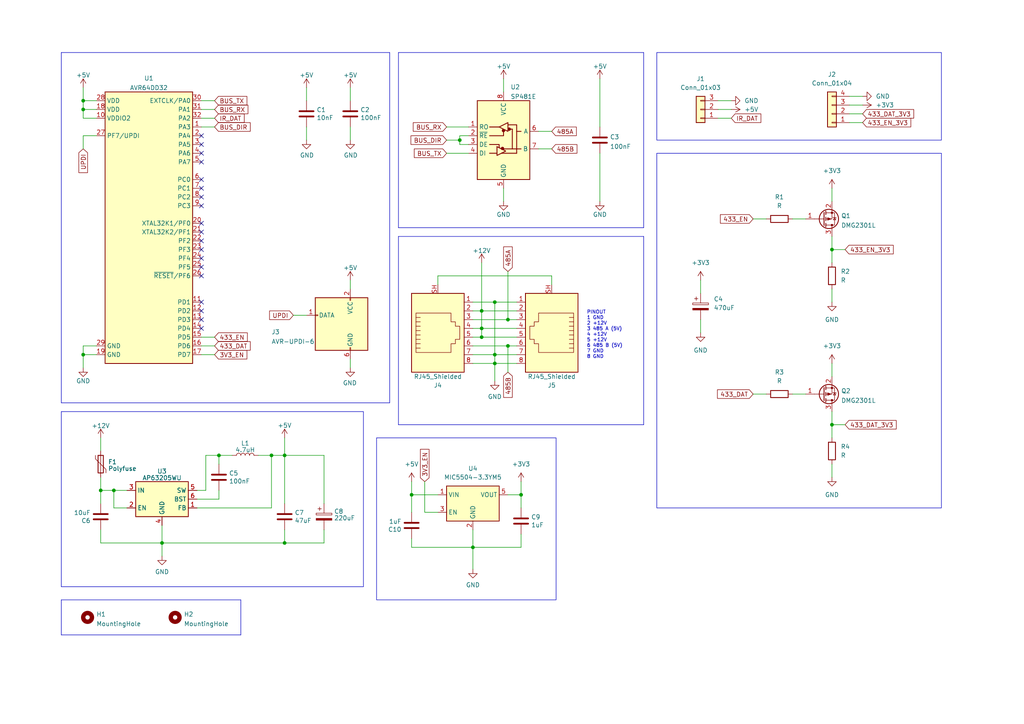
<source format=kicad_sch>
(kicad_sch (version 20230121) (generator eeschema)

  (uuid e63e39d7-6ac0-4ffd-8aa3-1841a4541b55)

  (paper "A4")

  (lib_symbols
    (symbol "Connector:AVR-UPDI-6" (pin_names (offset 1.016)) (in_bom yes) (on_board yes)
      (property "Reference" "J" (at -6.35 8.89 0)
        (effects (font (size 1.27 1.27)) (justify left))
      )
      (property "Value" "AVR-UPDI-6" (at 0 8.89 0)
        (effects (font (size 1.27 1.27)) (justify left))
      )
      (property "Footprint" "" (at -6.35 -1.27 90)
        (effects (font (size 1.27 1.27)) hide)
      )
      (property "Datasheet" "https://www.microchip.com/webdoc/GUID-9D10622A-5C16-4405-B092-1BDD437B4976/index.html?GUID-9B349315-2842-4189-B88C-49F4E1055D7F" (at -32.385 -13.97 0)
        (effects (font (size 1.27 1.27)) hide)
      )
      (property "ki_keywords" "AVR UPDI Connector" (at 0 0 0)
        (effects (font (size 1.27 1.27)) hide)
      )
      (property "ki_description" "Atmel 6-pin UPDI connector" (at 0 0 0)
        (effects (font (size 1.27 1.27)) hide)
      )
      (property "ki_fp_filters" "IDC?Header*2x03* Pin?Header*2x03*" (at 0 0 0)
        (effects (font (size 1.27 1.27)) hide)
      )
      (symbol "AVR-UPDI-6_0_1"
        (rectangle (start -2.667 -6.858) (end -2.413 -7.62)
          (stroke (width 0) (type default))
          (fill (type none))
        )
        (rectangle (start -2.667 7.62) (end -2.413 6.858)
          (stroke (width 0) (type default))
          (fill (type none))
        )
        (rectangle (start 7.62 2.667) (end 6.858 2.413)
          (stroke (width 0) (type default))
          (fill (type none))
        )
        (rectangle (start 7.62 7.62) (end -7.62 -7.62)
          (stroke (width 0.254) (type default))
          (fill (type background))
        )
      )
      (symbol "AVR-UPDI-6_1_1"
        (pin passive line (at 10.16 2.54 180) (length 2.54)
          (name "DATA" (effects (font (size 1.27 1.27))))
          (number "1" (effects (font (size 1.27 1.27))))
        )
        (pin passive line (at -2.54 10.16 270) (length 2.54)
          (name "VCC" (effects (font (size 1.27 1.27))))
          (number "2" (effects (font (size 1.27 1.27))))
        )
        (pin no_connect line (at 7.62 0 180) (length 2.54) hide
          (name "NC" (effects (font (size 1.27 1.27))))
          (number "3" (effects (font (size 1.27 1.27))))
        )
        (pin no_connect line (at 7.62 -2.54 180) (length 2.54) hide
          (name "NC" (effects (font (size 1.27 1.27))))
          (number "4" (effects (font (size 1.27 1.27))))
        )
        (pin no_connect line (at 7.62 -5.08 180) (length 2.54) hide
          (name "NC" (effects (font (size 1.27 1.27))))
          (number "5" (effects (font (size 1.27 1.27))))
        )
        (pin passive line (at -2.54 -10.16 90) (length 2.54)
          (name "GND" (effects (font (size 1.27 1.27))))
          (number "6" (effects (font (size 1.27 1.27))))
        )
      )
    )
    (symbol "Connector:RJ45_Shielded" (pin_names (offset 1.016)) (in_bom yes) (on_board yes)
      (property "Reference" "J" (at -5.08 13.97 0)
        (effects (font (size 1.27 1.27)) (justify right))
      )
      (property "Value" "RJ45_Shielded" (at 2.54 13.97 0)
        (effects (font (size 1.27 1.27)) (justify left))
      )
      (property "Footprint" "" (at 0 0.635 90)
        (effects (font (size 1.27 1.27)) hide)
      )
      (property "Datasheet" "~" (at 0 0.635 90)
        (effects (font (size 1.27 1.27)) hide)
      )
      (property "ki_keywords" "8P8C RJ jack socket connector" (at 0 0 0)
        (effects (font (size 1.27 1.27)) hide)
      )
      (property "ki_description" "RJ connector, 8P8C (8 positions 8 connected), Shielded" (at 0 0 0)
        (effects (font (size 1.27 1.27)) hide)
      )
      (property "ki_fp_filters" "8P8C* RJ31* RJ32* RJ33* RJ34* RJ35* RJ41* RJ45* RJ49* RJ61*" (at 0 0 0)
        (effects (font (size 1.27 1.27)) hide)
      )
      (symbol "RJ45_Shielded_0_1"
        (polyline
          (pts
            (xy -5.08 4.445)
            (xy -6.35 4.445)
          )
          (stroke (width 0) (type default))
          (fill (type none))
        )
        (polyline
          (pts
            (xy -5.08 5.715)
            (xy -6.35 5.715)
          )
          (stroke (width 0) (type default))
          (fill (type none))
        )
        (polyline
          (pts
            (xy -6.35 -3.175)
            (xy -5.08 -3.175)
            (xy -5.08 -3.175)
          )
          (stroke (width 0) (type default))
          (fill (type none))
        )
        (polyline
          (pts
            (xy -6.35 -1.905)
            (xy -5.08 -1.905)
            (xy -5.08 -1.905)
          )
          (stroke (width 0) (type default))
          (fill (type none))
        )
        (polyline
          (pts
            (xy -6.35 -0.635)
            (xy -5.08 -0.635)
            (xy -5.08 -0.635)
          )
          (stroke (width 0) (type default))
          (fill (type none))
        )
        (polyline
          (pts
            (xy -6.35 0.635)
            (xy -5.08 0.635)
            (xy -5.08 0.635)
          )
          (stroke (width 0) (type default))
          (fill (type none))
        )
        (polyline
          (pts
            (xy -6.35 1.905)
            (xy -5.08 1.905)
            (xy -5.08 1.905)
          )
          (stroke (width 0) (type default))
          (fill (type none))
        )
        (polyline
          (pts
            (xy -5.08 3.175)
            (xy -6.35 3.175)
            (xy -6.35 3.175)
          )
          (stroke (width 0) (type default))
          (fill (type none))
        )
        (polyline
          (pts
            (xy -6.35 -4.445)
            (xy -6.35 6.985)
            (xy 3.81 6.985)
            (xy 3.81 4.445)
            (xy 5.08 4.445)
            (xy 5.08 3.175)
            (xy 6.35 3.175)
            (xy 6.35 -0.635)
            (xy 5.08 -0.635)
            (xy 5.08 -1.905)
            (xy 3.81 -1.905)
            (xy 3.81 -4.445)
            (xy -6.35 -4.445)
            (xy -6.35 -4.445)
          )
          (stroke (width 0) (type default))
          (fill (type none))
        )
        (rectangle (start 7.62 12.7) (end -7.62 -10.16)
          (stroke (width 0.254) (type default))
          (fill (type background))
        )
      )
      (symbol "RJ45_Shielded_1_1"
        (pin passive line (at 10.16 -7.62 180) (length 2.54)
          (name "~" (effects (font (size 1.27 1.27))))
          (number "1" (effects (font (size 1.27 1.27))))
        )
        (pin passive line (at 10.16 -5.08 180) (length 2.54)
          (name "~" (effects (font (size 1.27 1.27))))
          (number "2" (effects (font (size 1.27 1.27))))
        )
        (pin passive line (at 10.16 -2.54 180) (length 2.54)
          (name "~" (effects (font (size 1.27 1.27))))
          (number "3" (effects (font (size 1.27 1.27))))
        )
        (pin passive line (at 10.16 0 180) (length 2.54)
          (name "~" (effects (font (size 1.27 1.27))))
          (number "4" (effects (font (size 1.27 1.27))))
        )
        (pin passive line (at 10.16 2.54 180) (length 2.54)
          (name "~" (effects (font (size 1.27 1.27))))
          (number "5" (effects (font (size 1.27 1.27))))
        )
        (pin passive line (at 10.16 5.08 180) (length 2.54)
          (name "~" (effects (font (size 1.27 1.27))))
          (number "6" (effects (font (size 1.27 1.27))))
        )
        (pin passive line (at 10.16 7.62 180) (length 2.54)
          (name "~" (effects (font (size 1.27 1.27))))
          (number "7" (effects (font (size 1.27 1.27))))
        )
        (pin passive line (at 10.16 10.16 180) (length 2.54)
          (name "~" (effects (font (size 1.27 1.27))))
          (number "8" (effects (font (size 1.27 1.27))))
        )
        (pin passive line (at 0 -12.7 90) (length 2.54)
          (name "~" (effects (font (size 1.27 1.27))))
          (number "SH" (effects (font (size 1.27 1.27))))
        )
      )
    )
    (symbol "Connector_Generic:Conn_01x03" (pin_names (offset 1.016) hide) (in_bom yes) (on_board yes)
      (property "Reference" "J" (at 0 5.08 0)
        (effects (font (size 1.27 1.27)))
      )
      (property "Value" "Conn_01x03" (at 0 -5.08 0)
        (effects (font (size 1.27 1.27)))
      )
      (property "Footprint" "" (at 0 0 0)
        (effects (font (size 1.27 1.27)) hide)
      )
      (property "Datasheet" "~" (at 0 0 0)
        (effects (font (size 1.27 1.27)) hide)
      )
      (property "ki_keywords" "connector" (at 0 0 0)
        (effects (font (size 1.27 1.27)) hide)
      )
      (property "ki_description" "Generic connector, single row, 01x03, script generated (kicad-library-utils/schlib/autogen/connector/)" (at 0 0 0)
        (effects (font (size 1.27 1.27)) hide)
      )
      (property "ki_fp_filters" "Connector*:*_1x??_*" (at 0 0 0)
        (effects (font (size 1.27 1.27)) hide)
      )
      (symbol "Conn_01x03_1_1"
        (rectangle (start -1.27 -2.413) (end 0 -2.667)
          (stroke (width 0.1524) (type default))
          (fill (type none))
        )
        (rectangle (start -1.27 0.127) (end 0 -0.127)
          (stroke (width 0.1524) (type default))
          (fill (type none))
        )
        (rectangle (start -1.27 2.667) (end 0 2.413)
          (stroke (width 0.1524) (type default))
          (fill (type none))
        )
        (rectangle (start -1.27 3.81) (end 1.27 -3.81)
          (stroke (width 0.254) (type default))
          (fill (type background))
        )
        (pin passive line (at -5.08 2.54 0) (length 3.81)
          (name "Pin_1" (effects (font (size 1.27 1.27))))
          (number "1" (effects (font (size 1.27 1.27))))
        )
        (pin passive line (at -5.08 0 0) (length 3.81)
          (name "Pin_2" (effects (font (size 1.27 1.27))))
          (number "2" (effects (font (size 1.27 1.27))))
        )
        (pin passive line (at -5.08 -2.54 0) (length 3.81)
          (name "Pin_3" (effects (font (size 1.27 1.27))))
          (number "3" (effects (font (size 1.27 1.27))))
        )
      )
    )
    (symbol "Connector_Generic:Conn_01x04" (pin_names (offset 1.016) hide) (in_bom yes) (on_board yes)
      (property "Reference" "J" (at 0 5.08 0)
        (effects (font (size 1.27 1.27)))
      )
      (property "Value" "Conn_01x04" (at 0 -7.62 0)
        (effects (font (size 1.27 1.27)))
      )
      (property "Footprint" "" (at 0 0 0)
        (effects (font (size 1.27 1.27)) hide)
      )
      (property "Datasheet" "~" (at 0 0 0)
        (effects (font (size 1.27 1.27)) hide)
      )
      (property "ki_keywords" "connector" (at 0 0 0)
        (effects (font (size 1.27 1.27)) hide)
      )
      (property "ki_description" "Generic connector, single row, 01x04, script generated (kicad-library-utils/schlib/autogen/connector/)" (at 0 0 0)
        (effects (font (size 1.27 1.27)) hide)
      )
      (property "ki_fp_filters" "Connector*:*_1x??_*" (at 0 0 0)
        (effects (font (size 1.27 1.27)) hide)
      )
      (symbol "Conn_01x04_1_1"
        (rectangle (start -1.27 -4.953) (end 0 -5.207)
          (stroke (width 0.1524) (type default))
          (fill (type none))
        )
        (rectangle (start -1.27 -2.413) (end 0 -2.667)
          (stroke (width 0.1524) (type default))
          (fill (type none))
        )
        (rectangle (start -1.27 0.127) (end 0 -0.127)
          (stroke (width 0.1524) (type default))
          (fill (type none))
        )
        (rectangle (start -1.27 2.667) (end 0 2.413)
          (stroke (width 0.1524) (type default))
          (fill (type none))
        )
        (rectangle (start -1.27 3.81) (end 1.27 -6.35)
          (stroke (width 0.254) (type default))
          (fill (type background))
        )
        (pin passive line (at -5.08 2.54 0) (length 3.81)
          (name "Pin_1" (effects (font (size 1.27 1.27))))
          (number "1" (effects (font (size 1.27 1.27))))
        )
        (pin passive line (at -5.08 0 0) (length 3.81)
          (name "Pin_2" (effects (font (size 1.27 1.27))))
          (number "2" (effects (font (size 1.27 1.27))))
        )
        (pin passive line (at -5.08 -2.54 0) (length 3.81)
          (name "Pin_3" (effects (font (size 1.27 1.27))))
          (number "3" (effects (font (size 1.27 1.27))))
        )
        (pin passive line (at -5.08 -5.08 0) (length 3.81)
          (name "Pin_4" (effects (font (size 1.27 1.27))))
          (number "4" (effects (font (size 1.27 1.27))))
        )
      )
    )
    (symbol "Device:C" (pin_numbers hide) (pin_names (offset 0.254)) (in_bom yes) (on_board yes)
      (property "Reference" "C" (at 0.635 2.54 0)
        (effects (font (size 1.27 1.27)) (justify left))
      )
      (property "Value" "C" (at 0.635 -2.54 0)
        (effects (font (size 1.27 1.27)) (justify left))
      )
      (property "Footprint" "" (at 0.9652 -3.81 0)
        (effects (font (size 1.27 1.27)) hide)
      )
      (property "Datasheet" "~" (at 0 0 0)
        (effects (font (size 1.27 1.27)) hide)
      )
      (property "ki_keywords" "cap capacitor" (at 0 0 0)
        (effects (font (size 1.27 1.27)) hide)
      )
      (property "ki_description" "Unpolarized capacitor" (at 0 0 0)
        (effects (font (size 1.27 1.27)) hide)
      )
      (property "ki_fp_filters" "C_*" (at 0 0 0)
        (effects (font (size 1.27 1.27)) hide)
      )
      (symbol "C_0_1"
        (polyline
          (pts
            (xy -2.032 -0.762)
            (xy 2.032 -0.762)
          )
          (stroke (width 0.508) (type default))
          (fill (type none))
        )
        (polyline
          (pts
            (xy -2.032 0.762)
            (xy 2.032 0.762)
          )
          (stroke (width 0.508) (type default))
          (fill (type none))
        )
      )
      (symbol "C_1_1"
        (pin passive line (at 0 3.81 270) (length 2.794)
          (name "~" (effects (font (size 1.27 1.27))))
          (number "1" (effects (font (size 1.27 1.27))))
        )
        (pin passive line (at 0 -3.81 90) (length 2.794)
          (name "~" (effects (font (size 1.27 1.27))))
          (number "2" (effects (font (size 1.27 1.27))))
        )
      )
    )
    (symbol "Device:C_Polarized" (pin_numbers hide) (pin_names (offset 0.254)) (in_bom yes) (on_board yes)
      (property "Reference" "C" (at 0.635 2.54 0)
        (effects (font (size 1.27 1.27)) (justify left))
      )
      (property "Value" "C_Polarized" (at 0.635 -2.54 0)
        (effects (font (size 1.27 1.27)) (justify left))
      )
      (property "Footprint" "" (at 0.9652 -3.81 0)
        (effects (font (size 1.27 1.27)) hide)
      )
      (property "Datasheet" "~" (at 0 0 0)
        (effects (font (size 1.27 1.27)) hide)
      )
      (property "ki_keywords" "cap capacitor" (at 0 0 0)
        (effects (font (size 1.27 1.27)) hide)
      )
      (property "ki_description" "Polarized capacitor" (at 0 0 0)
        (effects (font (size 1.27 1.27)) hide)
      )
      (property "ki_fp_filters" "CP_*" (at 0 0 0)
        (effects (font (size 1.27 1.27)) hide)
      )
      (symbol "C_Polarized_0_1"
        (rectangle (start -2.286 0.508) (end 2.286 1.016)
          (stroke (width 0) (type default))
          (fill (type none))
        )
        (polyline
          (pts
            (xy -1.778 2.286)
            (xy -0.762 2.286)
          )
          (stroke (width 0) (type default))
          (fill (type none))
        )
        (polyline
          (pts
            (xy -1.27 2.794)
            (xy -1.27 1.778)
          )
          (stroke (width 0) (type default))
          (fill (type none))
        )
        (rectangle (start 2.286 -0.508) (end -2.286 -1.016)
          (stroke (width 0) (type default))
          (fill (type outline))
        )
      )
      (symbol "C_Polarized_1_1"
        (pin passive line (at 0 3.81 270) (length 2.794)
          (name "~" (effects (font (size 1.27 1.27))))
          (number "1" (effects (font (size 1.27 1.27))))
        )
        (pin passive line (at 0 -3.81 90) (length 2.794)
          (name "~" (effects (font (size 1.27 1.27))))
          (number "2" (effects (font (size 1.27 1.27))))
        )
      )
    )
    (symbol "Device:L" (pin_numbers hide) (pin_names (offset 1.016) hide) (in_bom yes) (on_board yes)
      (property "Reference" "L" (at -1.27 0 90)
        (effects (font (size 1.27 1.27)))
      )
      (property "Value" "L" (at 1.905 0 90)
        (effects (font (size 1.27 1.27)))
      )
      (property "Footprint" "" (at 0 0 0)
        (effects (font (size 1.27 1.27)) hide)
      )
      (property "Datasheet" "~" (at 0 0 0)
        (effects (font (size 1.27 1.27)) hide)
      )
      (property "ki_keywords" "inductor choke coil reactor magnetic" (at 0 0 0)
        (effects (font (size 1.27 1.27)) hide)
      )
      (property "ki_description" "Inductor" (at 0 0 0)
        (effects (font (size 1.27 1.27)) hide)
      )
      (property "ki_fp_filters" "Choke_* *Coil* Inductor_* L_*" (at 0 0 0)
        (effects (font (size 1.27 1.27)) hide)
      )
      (symbol "L_0_1"
        (arc (start 0 -2.54) (mid 0.6323 -1.905) (end 0 -1.27)
          (stroke (width 0) (type default))
          (fill (type none))
        )
        (arc (start 0 -1.27) (mid 0.6323 -0.635) (end 0 0)
          (stroke (width 0) (type default))
          (fill (type none))
        )
        (arc (start 0 0) (mid 0.6323 0.635) (end 0 1.27)
          (stroke (width 0) (type default))
          (fill (type none))
        )
        (arc (start 0 1.27) (mid 0.6323 1.905) (end 0 2.54)
          (stroke (width 0) (type default))
          (fill (type none))
        )
      )
      (symbol "L_1_1"
        (pin passive line (at 0 3.81 270) (length 1.27)
          (name "1" (effects (font (size 1.27 1.27))))
          (number "1" (effects (font (size 1.27 1.27))))
        )
        (pin passive line (at 0 -3.81 90) (length 1.27)
          (name "2" (effects (font (size 1.27 1.27))))
          (number "2" (effects (font (size 1.27 1.27))))
        )
      )
    )
    (symbol "Device:Polyfuse" (pin_numbers hide) (pin_names (offset 0)) (in_bom yes) (on_board yes)
      (property "Reference" "F" (at -2.54 0 90)
        (effects (font (size 1.27 1.27)))
      )
      (property "Value" "Polyfuse" (at 2.54 0 90)
        (effects (font (size 1.27 1.27)))
      )
      (property "Footprint" "" (at 1.27 -5.08 0)
        (effects (font (size 1.27 1.27)) (justify left) hide)
      )
      (property "Datasheet" "~" (at 0 0 0)
        (effects (font (size 1.27 1.27)) hide)
      )
      (property "ki_keywords" "resettable fuse PTC PPTC polyfuse polyswitch" (at 0 0 0)
        (effects (font (size 1.27 1.27)) hide)
      )
      (property "ki_description" "Resettable fuse, polymeric positive temperature coefficient" (at 0 0 0)
        (effects (font (size 1.27 1.27)) hide)
      )
      (property "ki_fp_filters" "*polyfuse* *PTC*" (at 0 0 0)
        (effects (font (size 1.27 1.27)) hide)
      )
      (symbol "Polyfuse_0_1"
        (rectangle (start -0.762 2.54) (end 0.762 -2.54)
          (stroke (width 0.254) (type default))
          (fill (type none))
        )
        (polyline
          (pts
            (xy 0 2.54)
            (xy 0 -2.54)
          )
          (stroke (width 0) (type default))
          (fill (type none))
        )
        (polyline
          (pts
            (xy -1.524 2.54)
            (xy -1.524 1.524)
            (xy 1.524 -1.524)
            (xy 1.524 -2.54)
          )
          (stroke (width 0) (type default))
          (fill (type none))
        )
      )
      (symbol "Polyfuse_1_1"
        (pin passive line (at 0 3.81 270) (length 1.27)
          (name "~" (effects (font (size 1.27 1.27))))
          (number "1" (effects (font (size 1.27 1.27))))
        )
        (pin passive line (at 0 -3.81 90) (length 1.27)
          (name "~" (effects (font (size 1.27 1.27))))
          (number "2" (effects (font (size 1.27 1.27))))
        )
      )
    )
    (symbol "Device:R" (pin_numbers hide) (pin_names (offset 0)) (in_bom yes) (on_board yes)
      (property "Reference" "R" (at 2.032 0 90)
        (effects (font (size 1.27 1.27)))
      )
      (property "Value" "R" (at 0 0 90)
        (effects (font (size 1.27 1.27)))
      )
      (property "Footprint" "" (at -1.778 0 90)
        (effects (font (size 1.27 1.27)) hide)
      )
      (property "Datasheet" "~" (at 0 0 0)
        (effects (font (size 1.27 1.27)) hide)
      )
      (property "ki_keywords" "R res resistor" (at 0 0 0)
        (effects (font (size 1.27 1.27)) hide)
      )
      (property "ki_description" "Resistor" (at 0 0 0)
        (effects (font (size 1.27 1.27)) hide)
      )
      (property "ki_fp_filters" "R_*" (at 0 0 0)
        (effects (font (size 1.27 1.27)) hide)
      )
      (symbol "R_0_1"
        (rectangle (start -1.016 -2.54) (end 1.016 2.54)
          (stroke (width 0.254) (type default))
          (fill (type none))
        )
      )
      (symbol "R_1_1"
        (pin passive line (at 0 3.81 270) (length 1.27)
          (name "~" (effects (font (size 1.27 1.27))))
          (number "1" (effects (font (size 1.27 1.27))))
        )
        (pin passive line (at 0 -3.81 90) (length 1.27)
          (name "~" (effects (font (size 1.27 1.27))))
          (number "2" (effects (font (size 1.27 1.27))))
        )
      )
    )
    (symbol "Mechanical:MountingHole" (pin_names (offset 1.016)) (in_bom yes) (on_board yes)
      (property "Reference" "H" (at 0 5.08 0)
        (effects (font (size 1.27 1.27)))
      )
      (property "Value" "MountingHole" (at 0 3.175 0)
        (effects (font (size 1.27 1.27)))
      )
      (property "Footprint" "" (at 0 0 0)
        (effects (font (size 1.27 1.27)) hide)
      )
      (property "Datasheet" "~" (at 0 0 0)
        (effects (font (size 1.27 1.27)) hide)
      )
      (property "ki_keywords" "mounting hole" (at 0 0 0)
        (effects (font (size 1.27 1.27)) hide)
      )
      (property "ki_description" "Mounting Hole without connection" (at 0 0 0)
        (effects (font (size 1.27 1.27)) hide)
      )
      (property "ki_fp_filters" "MountingHole*" (at 0 0 0)
        (effects (font (size 1.27 1.27)) hide)
      )
      (symbol "MountingHole_0_1"
        (circle (center 0 0) (radius 1.27)
          (stroke (width 1.27) (type default))
          (fill (type none))
        )
      )
    )
    (symbol "Regulator_Linear:MIC5504-3.3YM5" (in_bom yes) (on_board yes)
      (property "Reference" "U" (at -7.62 8.89 0)
        (effects (font (size 1.27 1.27)) (justify left))
      )
      (property "Value" "MIC5504-3.3YM5" (at -7.62 6.35 0)
        (effects (font (size 1.27 1.27)) (justify left))
      )
      (property "Footprint" "Package_TO_SOT_SMD:SOT-23-5" (at 0 -10.16 0)
        (effects (font (size 1.27 1.27)) hide)
      )
      (property "Datasheet" "http://ww1.microchip.com/downloads/en/DeviceDoc/MIC550X.pdf" (at -6.35 6.35 0)
        (effects (font (size 1.27 1.27)) hide)
      )
      (property "ki_keywords" "Micrel LDO voltage regulator" (at 0 0 0)
        (effects (font (size 1.27 1.27)) hide)
      )
      (property "ki_description" "300mA Low-dropout Voltage Regulator, Vout 3.3V, Vin up to 5.5V, SOT-23" (at 0 0 0)
        (effects (font (size 1.27 1.27)) hide)
      )
      (property "ki_fp_filters" "SOT?23?5*" (at 0 0 0)
        (effects (font (size 1.27 1.27)) hide)
      )
      (symbol "MIC5504-3.3YM5_0_1"
        (rectangle (start -7.62 -5.08) (end 7.62 5.08)
          (stroke (width 0.254) (type default))
          (fill (type background))
        )
      )
      (symbol "MIC5504-3.3YM5_1_1"
        (pin power_in line (at -10.16 2.54 0) (length 2.54)
          (name "VIN" (effects (font (size 1.27 1.27))))
          (number "1" (effects (font (size 1.27 1.27))))
        )
        (pin power_in line (at 0 -7.62 90) (length 2.54)
          (name "GND" (effects (font (size 1.27 1.27))))
          (number "2" (effects (font (size 1.27 1.27))))
        )
        (pin input line (at -10.16 -2.54 0) (length 2.54)
          (name "EN" (effects (font (size 1.27 1.27))))
          (number "3" (effects (font (size 1.27 1.27))))
        )
        (pin no_connect line (at 7.62 -2.54 180) (length 2.54) hide
          (name "NC" (effects (font (size 1.27 1.27))))
          (number "4" (effects (font (size 1.27 1.27))))
        )
        (pin power_out line (at 10.16 2.54 180) (length 2.54)
          (name "VOUT" (effects (font (size 1.27 1.27))))
          (number "5" (effects (font (size 1.27 1.27))))
        )
      )
    )
    (symbol "Regulator_Switching:AP63205WU" (in_bom yes) (on_board yes)
      (property "Reference" "U" (at -7.62 6.35 0)
        (effects (font (size 1.27 1.27)))
      )
      (property "Value" "AP63205WU" (at 2.54 6.35 0)
        (effects (font (size 1.27 1.27)))
      )
      (property "Footprint" "Package_TO_SOT_SMD:TSOT-23-6" (at 0 -22.86 0)
        (effects (font (size 1.27 1.27)) hide)
      )
      (property "Datasheet" "https://www.diodes.com/assets/Datasheets/AP63200-AP63201-AP63203-AP63205.pdf" (at 0 0 0)
        (effects (font (size 1.27 1.27)) hide)
      )
      (property "ki_keywords" "2A Buck DC/DC" (at 0 0 0)
        (effects (font (size 1.27 1.27)) hide)
      )
      (property "ki_description" "2A, 1.1MHz Buck DC/DC Converter, fixed 5.0V output voltage, TSOT-23-6" (at 0 0 0)
        (effects (font (size 1.27 1.27)) hide)
      )
      (property "ki_fp_filters" "TSOT?23*" (at 0 0 0)
        (effects (font (size 1.27 1.27)) hide)
      )
      (symbol "AP63205WU_0_1"
        (rectangle (start -7.62 5.08) (end 7.62 -5.08)
          (stroke (width 0.254) (type default))
          (fill (type background))
        )
      )
      (symbol "AP63205WU_1_1"
        (pin input line (at 10.16 -2.54 180) (length 2.54)
          (name "FB" (effects (font (size 1.27 1.27))))
          (number "1" (effects (font (size 1.27 1.27))))
        )
        (pin input line (at -10.16 -2.54 0) (length 2.54)
          (name "EN" (effects (font (size 1.27 1.27))))
          (number "2" (effects (font (size 1.27 1.27))))
        )
        (pin power_in line (at -10.16 2.54 0) (length 2.54)
          (name "IN" (effects (font (size 1.27 1.27))))
          (number "3" (effects (font (size 1.27 1.27))))
        )
        (pin power_in line (at 0 -7.62 90) (length 2.54)
          (name "GND" (effects (font (size 1.27 1.27))))
          (number "4" (effects (font (size 1.27 1.27))))
        )
        (pin output line (at 10.16 2.54 180) (length 2.54)
          (name "SW" (effects (font (size 1.27 1.27))))
          (number "5" (effects (font (size 1.27 1.27))))
        )
        (pin passive line (at 10.16 0 180) (length 2.54)
          (name "BST" (effects (font (size 1.27 1.27))))
          (number "6" (effects (font (size 1.27 1.27))))
        )
      )
    )
    (symbol "Transistor_FET:DMG2301L" (pin_names hide) (in_bom yes) (on_board yes)
      (property "Reference" "Q" (at 5.08 1.905 0)
        (effects (font (size 1.27 1.27)) (justify left))
      )
      (property "Value" "DMG2301L" (at 5.08 0 0)
        (effects (font (size 1.27 1.27)) (justify left))
      )
      (property "Footprint" "Package_TO_SOT_SMD:SOT-23" (at 5.08 -1.905 0)
        (effects (font (size 1.27 1.27) italic) (justify left) hide)
      )
      (property "Datasheet" "https://www.diodes.com/assets/Datasheets/DMG2301L.pdf" (at 0 0 0)
        (effects (font (size 1.27 1.27)) (justify left) hide)
      )
      (property "ki_keywords" "P-Channel MOSFET" (at 0 0 0)
        (effects (font (size 1.27 1.27)) hide)
      )
      (property "ki_description" "-3A Id, -20V Vds, P-Channel MOSFET, SOT-23" (at 0 0 0)
        (effects (font (size 1.27 1.27)) hide)
      )
      (property "ki_fp_filters" "SOT?23*" (at 0 0 0)
        (effects (font (size 1.27 1.27)) hide)
      )
      (symbol "DMG2301L_0_1"
        (polyline
          (pts
            (xy 0.254 0)
            (xy -2.54 0)
          )
          (stroke (width 0) (type default))
          (fill (type none))
        )
        (polyline
          (pts
            (xy 0.254 1.905)
            (xy 0.254 -1.905)
          )
          (stroke (width 0.254) (type default))
          (fill (type none))
        )
        (polyline
          (pts
            (xy 0.762 -1.27)
            (xy 0.762 -2.286)
          )
          (stroke (width 0.254) (type default))
          (fill (type none))
        )
        (polyline
          (pts
            (xy 0.762 0.508)
            (xy 0.762 -0.508)
          )
          (stroke (width 0.254) (type default))
          (fill (type none))
        )
        (polyline
          (pts
            (xy 0.762 2.286)
            (xy 0.762 1.27)
          )
          (stroke (width 0.254) (type default))
          (fill (type none))
        )
        (polyline
          (pts
            (xy 2.54 2.54)
            (xy 2.54 1.778)
          )
          (stroke (width 0) (type default))
          (fill (type none))
        )
        (polyline
          (pts
            (xy 2.54 -2.54)
            (xy 2.54 0)
            (xy 0.762 0)
          )
          (stroke (width 0) (type default))
          (fill (type none))
        )
        (polyline
          (pts
            (xy 0.762 1.778)
            (xy 3.302 1.778)
            (xy 3.302 -1.778)
            (xy 0.762 -1.778)
          )
          (stroke (width 0) (type default))
          (fill (type none))
        )
        (polyline
          (pts
            (xy 2.286 0)
            (xy 1.27 0.381)
            (xy 1.27 -0.381)
            (xy 2.286 0)
          )
          (stroke (width 0) (type default))
          (fill (type outline))
        )
        (polyline
          (pts
            (xy 2.794 -0.508)
            (xy 2.921 -0.381)
            (xy 3.683 -0.381)
            (xy 3.81 -0.254)
          )
          (stroke (width 0) (type default))
          (fill (type none))
        )
        (polyline
          (pts
            (xy 3.302 -0.381)
            (xy 2.921 0.254)
            (xy 3.683 0.254)
            (xy 3.302 -0.381)
          )
          (stroke (width 0) (type default))
          (fill (type none))
        )
        (circle (center 1.651 0) (radius 2.794)
          (stroke (width 0.254) (type default))
          (fill (type none))
        )
        (circle (center 2.54 -1.778) (radius 0.254)
          (stroke (width 0) (type default))
          (fill (type outline))
        )
        (circle (center 2.54 1.778) (radius 0.254)
          (stroke (width 0) (type default))
          (fill (type outline))
        )
      )
      (symbol "DMG2301L_1_1"
        (pin input line (at -5.08 0 0) (length 2.54)
          (name "G" (effects (font (size 1.27 1.27))))
          (number "1" (effects (font (size 1.27 1.27))))
        )
        (pin passive line (at 2.54 -5.08 90) (length 2.54)
          (name "S" (effects (font (size 1.27 1.27))))
          (number "2" (effects (font (size 1.27 1.27))))
        )
        (pin passive line (at 2.54 5.08 270) (length 2.54)
          (name "D" (effects (font (size 1.27 1.27))))
          (number "3" (effects (font (size 1.27 1.27))))
        )
      )
    )
    (symbol "kiu:AVR64DD32" (in_bom yes) (on_board yes)
      (property "Reference" "U" (at -12.7 -19.05 0)
        (effects (font (size 1.27 1.27)))
      )
      (property "Value" "AVR64DD32" (at 7.62 -19.05 0)
        (effects (font (size 1.27 1.27)))
      )
      (property "Footprint" "" (at 0 0 0)
        (effects (font (size 1.27 1.27)) hide)
      )
      (property "Datasheet" "" (at 0 0 0)
        (effects (font (size 1.27 1.27)) hide)
      )
      (symbol "AVR64DD32_0_1"
        (rectangle (start -12.7 -20.32) (end 12.7 -99.06)
          (stroke (width 0.254) (type default))
          (fill (type background))
        )
      )
      (symbol "AVR64DD32_1_1"
        (pin bidirectional line (at 15.24 -30.48 180) (length 2.54)
          (name "PA3" (effects (font (size 1.27 1.27))))
          (number "1" (effects (font (size 1.27 1.27))))
        )
        (pin power_in line (at -15.24 -27.94 0) (length 2.54)
          (name "VDDIO2" (effects (font (size 1.27 1.27))))
          (number "10" (effects (font (size 1.27 1.27))))
        )
        (pin bidirectional line (at 15.24 -81.28 180) (length 2.54)
          (name "PD1" (effects (font (size 1.27 1.27))))
          (number "11" (effects (font (size 1.27 1.27))))
        )
        (pin bidirectional line (at 15.24 -83.82 180) (length 2.54)
          (name "PD2" (effects (font (size 1.27 1.27))))
          (number "12" (effects (font (size 1.27 1.27))))
        )
        (pin bidirectional line (at 15.24 -86.36 180) (length 2.54)
          (name "PD3" (effects (font (size 1.27 1.27))))
          (number "13" (effects (font (size 1.27 1.27))))
        )
        (pin bidirectional line (at 15.24 -88.9 180) (length 2.54)
          (name "PD4" (effects (font (size 1.27 1.27))))
          (number "14" (effects (font (size 1.27 1.27))))
        )
        (pin bidirectional line (at 15.24 -91.44 180) (length 2.54)
          (name "PD5" (effects (font (size 1.27 1.27))))
          (number "15" (effects (font (size 1.27 1.27))))
        )
        (pin bidirectional line (at 15.24 -93.98 180) (length 2.54)
          (name "PD6" (effects (font (size 1.27 1.27))))
          (number "16" (effects (font (size 1.27 1.27))))
        )
        (pin bidirectional line (at 15.24 -96.52 180) (length 2.54)
          (name "PD7" (effects (font (size 1.27 1.27))))
          (number "17" (effects (font (size 1.27 1.27))))
        )
        (pin power_in line (at -15.24 -25.4 0) (length 2.54)
          (name "VDD" (effects (font (size 1.27 1.27))))
          (number "18" (effects (font (size 1.27 1.27))))
        )
        (pin power_in line (at -15.24 -96.52 0) (length 2.54)
          (name "GND" (effects (font (size 1.27 1.27))))
          (number "19" (effects (font (size 1.27 1.27))))
        )
        (pin bidirectional line (at 15.24 -33.02 180) (length 2.54)
          (name "PA4" (effects (font (size 1.27 1.27))))
          (number "2" (effects (font (size 1.27 1.27))))
        )
        (pin bidirectional line (at 15.24 -58.42 180) (length 2.54)
          (name "XTAL32K1/PF0" (effects (font (size 1.27 1.27))))
          (number "20" (effects (font (size 1.27 1.27))))
        )
        (pin bidirectional line (at 15.24 -60.96 180) (length 2.54)
          (name "XTAL32K2/PF1" (effects (font (size 1.27 1.27))))
          (number "21" (effects (font (size 1.27 1.27))))
        )
        (pin bidirectional line (at 15.24 -63.5 180) (length 2.54)
          (name "PF2" (effects (font (size 1.27 1.27))))
          (number "22" (effects (font (size 1.27 1.27))))
        )
        (pin bidirectional line (at 15.24 -66.04 180) (length 2.54)
          (name "PF3" (effects (font (size 1.27 1.27))))
          (number "23" (effects (font (size 1.27 1.27))))
        )
        (pin bidirectional line (at 15.24 -68.58 180) (length 2.54)
          (name "PF4" (effects (font (size 1.27 1.27))))
          (number "24" (effects (font (size 1.27 1.27))))
        )
        (pin bidirectional line (at 15.24 -71.12 180) (length 2.54)
          (name "PF5" (effects (font (size 1.27 1.27))))
          (number "25" (effects (font (size 1.27 1.27))))
        )
        (pin input line (at 15.24 -73.66 180) (length 2.54)
          (name "~{RESET}/PF6" (effects (font (size 1.27 1.27))))
          (number "26" (effects (font (size 1.27 1.27))))
        )
        (pin bidirectional line (at -15.24 -33.02 0) (length 2.54)
          (name "PF7/UPDI" (effects (font (size 1.27 1.27))))
          (number "27" (effects (font (size 1.27 1.27))))
        )
        (pin power_in line (at -15.24 -22.86 0) (length 2.54)
          (name "VDD" (effects (font (size 1.27 1.27))))
          (number "28" (effects (font (size 1.27 1.27))))
        )
        (pin power_in line (at -15.24 -93.98 0) (length 2.54)
          (name "GND" (effects (font (size 1.27 1.27))))
          (number "29" (effects (font (size 1.27 1.27))))
        )
        (pin bidirectional line (at 15.24 -35.56 180) (length 2.54)
          (name "PA5" (effects (font (size 1.27 1.27))))
          (number "3" (effects (font (size 1.27 1.27))))
        )
        (pin bidirectional line (at 15.24 -22.86 180) (length 2.54)
          (name "EXTCLK/PA0" (effects (font (size 1.27 1.27))))
          (number "30" (effects (font (size 1.27 1.27))))
        )
        (pin bidirectional line (at 15.24 -25.4 180) (length 2.54)
          (name "PA1" (effects (font (size 1.27 1.27))))
          (number "31" (effects (font (size 1.27 1.27))))
        )
        (pin bidirectional line (at 15.24 -27.94 180) (length 2.54)
          (name "PA2" (effects (font (size 1.27 1.27))))
          (number "32" (effects (font (size 1.27 1.27))))
        )
        (pin bidirectional line (at 15.24 -38.1 180) (length 2.54)
          (name "PA6" (effects (font (size 1.27 1.27))))
          (number "4" (effects (font (size 1.27 1.27))))
        )
        (pin bidirectional line (at 15.24 -40.64 180) (length 2.54)
          (name "PA7" (effects (font (size 1.27 1.27))))
          (number "5" (effects (font (size 1.27 1.27))))
        )
        (pin bidirectional line (at 15.24 -45.72 180) (length 2.54)
          (name "PC0" (effects (font (size 1.27 1.27))))
          (number "6" (effects (font (size 1.27 1.27))))
        )
        (pin bidirectional line (at 15.24 -48.26 180) (length 2.54)
          (name "PC1" (effects (font (size 1.27 1.27))))
          (number "7" (effects (font (size 1.27 1.27))))
        )
        (pin bidirectional line (at 15.24 -50.8 180) (length 2.54)
          (name "PC2" (effects (font (size 1.27 1.27))))
          (number "8" (effects (font (size 1.27 1.27))))
        )
        (pin bidirectional line (at 15.24 -53.34 180) (length 2.54)
          (name "PC3" (effects (font (size 1.27 1.27))))
          (number "9" (effects (font (size 1.27 1.27))))
        )
      )
    )
    (symbol "kiu:SP481E" (in_bom yes) (on_board yes)
      (property "Reference" "U" (at 3.81 12.7 0)
        (effects (font (size 1.27 1.27)))
      )
      (property "Value" "SP481E" (at 7.62 -12.7 0)
        (effects (font (size 1.27 1.27)) (justify right))
      )
      (property "Footprint" "" (at 0 0 0)
        (effects (font (size 1.27 1.27)) hide)
      )
      (property "Datasheet" "" (at 0 0 0)
        (effects (font (size 1.27 1.27)) hide)
      )
      (symbol "SP481E_0_1"
        (rectangle (start -7.62 11.43) (end 7.62 -11.43)
          (stroke (width 0.254) (type default))
          (fill (type background))
        )
        (circle (center -0.3048 -2.413) (radius 0.3556)
          (stroke (width 0.254) (type default))
          (fill (type outline))
        )
        (circle (center -0.0254 2.7686) (radius 0.3556)
          (stroke (width 0.254) (type default))
          (fill (type outline))
        )
        (polyline
          (pts
            (xy -4.064 -3.81)
            (xy -1.905 -3.81)
          )
          (stroke (width 0.254) (type default))
          (fill (type none))
        )
        (polyline
          (pts
            (xy -4.064 3.81)
            (xy -1.27 3.81)
          )
          (stroke (width 0.254) (type default))
          (fill (type none))
        )
        (polyline
          (pts
            (xy -1.27 -1.9304)
            (xy -1.27 -2.1844)
          )
          (stroke (width 0.254) (type default))
          (fill (type none))
        )
        (polyline
          (pts
            (xy -0.635 -3.81)
            (xy 3.81 -3.81)
          )
          (stroke (width 0.254) (type default))
          (fill (type none))
        )
        (polyline
          (pts
            (xy 1.27 3.175)
            (xy 2.54 3.175)
          )
          (stroke (width 0.254) (type default))
          (fill (type none))
        )
        (polyline
          (pts
            (xy 2.54 -2.54)
            (xy 5.08 -2.54)
          )
          (stroke (width 0.254) (type default))
          (fill (type none))
        )
        (polyline
          (pts
            (xy 3.81 2.54)
            (xy 5.08 2.54)
          )
          (stroke (width 0.254) (type default))
          (fill (type none))
        )
        (polyline
          (pts
            (xy -4.064 -1.27)
            (xy -1.27 -1.27)
            (xy -1.27 -1.905)
          )
          (stroke (width 0.254) (type default))
          (fill (type none))
        )
        (polyline
          (pts
            (xy 0 2.54)
            (xy 0 1.27)
            (xy -4.064 1.27)
          )
          (stroke (width 0.254) (type default))
          (fill (type none))
        )
        (polyline
          (pts
            (xy 1.27 4.445)
            (xy 3.81 4.445)
            (xy 3.81 -3.81)
          )
          (stroke (width 0.254) (type default))
          (fill (type none))
        )
        (polyline
          (pts
            (xy 2.54 3.175)
            (xy 2.54 -2.54)
            (xy 0 -2.54)
          )
          (stroke (width 0.254) (type default))
          (fill (type none))
        )
        (polyline
          (pts
            (xy -1.905 -1.905)
            (xy -1.905 -4.445)
            (xy 0.635 -3.175)
            (xy -1.905 -1.905)
          )
          (stroke (width 0.254) (type default))
          (fill (type none))
        )
        (polyline
          (pts
            (xy -1.27 3.81)
            (xy 1.27 5.08)
            (xy 1.27 2.54)
            (xy -1.27 3.81)
          )
          (stroke (width 0.254) (type default))
          (fill (type none))
        )
        (rectangle (start 1.27 4.445) (end 1.27 4.445)
          (stroke (width 0) (type default))
          (fill (type none))
        )
        (circle (center 1.651 3.175) (radius 0.3556)
          (stroke (width 0.254) (type default))
          (fill (type outline))
        )
      )
      (symbol "SP481E_1_1"
        (pin output line (at -10.16 3.81 0) (length 2.54)
          (name "RO" (effects (font (size 1.27 1.27))))
          (number "1" (effects (font (size 1.27 1.27))))
        )
        (pin input line (at -10.16 1.27 0) (length 2.54)
          (name "~{RE}" (effects (font (size 1.27 1.27))))
          (number "2" (effects (font (size 1.27 1.27))))
        )
        (pin input line (at -10.16 -1.27 0) (length 2.54)
          (name "DE" (effects (font (size 1.27 1.27))))
          (number "3" (effects (font (size 1.27 1.27))))
        )
        (pin input line (at -10.16 -3.81 0) (length 2.54)
          (name "DI" (effects (font (size 1.27 1.27))))
          (number "4" (effects (font (size 1.27 1.27))))
        )
        (pin power_in line (at 0 -13.97 90) (length 2.54)
          (name "GND" (effects (font (size 1.27 1.27))))
          (number "5" (effects (font (size 1.27 1.27))))
        )
        (pin bidirectional line (at 10.16 2.54 180) (length 2.54)
          (name "A" (effects (font (size 1.27 1.27))))
          (number "6" (effects (font (size 1.27 1.27))))
        )
        (pin bidirectional line (at 10.16 -2.54 180) (length 2.54)
          (name "B" (effects (font (size 1.27 1.27))))
          (number "7" (effects (font (size 1.27 1.27))))
        )
        (pin power_in line (at 0 13.97 270) (length 2.54)
          (name "VCC" (effects (font (size 1.27 1.27))))
          (number "8" (effects (font (size 1.27 1.27))))
        )
      )
    )
    (symbol "power:+12V" (power) (pin_names (offset 0)) (in_bom yes) (on_board yes)
      (property "Reference" "#PWR" (at 0 -3.81 0)
        (effects (font (size 1.27 1.27)) hide)
      )
      (property "Value" "+12V" (at 0 3.556 0)
        (effects (font (size 1.27 1.27)))
      )
      (property "Footprint" "" (at 0 0 0)
        (effects (font (size 1.27 1.27)) hide)
      )
      (property "Datasheet" "" (at 0 0 0)
        (effects (font (size 1.27 1.27)) hide)
      )
      (property "ki_keywords" "global power" (at 0 0 0)
        (effects (font (size 1.27 1.27)) hide)
      )
      (property "ki_description" "Power symbol creates a global label with name \"+12V\"" (at 0 0 0)
        (effects (font (size 1.27 1.27)) hide)
      )
      (symbol "+12V_0_1"
        (polyline
          (pts
            (xy -0.762 1.27)
            (xy 0 2.54)
          )
          (stroke (width 0) (type default))
          (fill (type none))
        )
        (polyline
          (pts
            (xy 0 0)
            (xy 0 2.54)
          )
          (stroke (width 0) (type default))
          (fill (type none))
        )
        (polyline
          (pts
            (xy 0 2.54)
            (xy 0.762 1.27)
          )
          (stroke (width 0) (type default))
          (fill (type none))
        )
      )
      (symbol "+12V_1_1"
        (pin power_in line (at 0 0 90) (length 0) hide
          (name "+12V" (effects (font (size 1.27 1.27))))
          (number "1" (effects (font (size 1.27 1.27))))
        )
      )
    )
    (symbol "power:+3V3" (power) (pin_names (offset 0)) (in_bom yes) (on_board yes)
      (property "Reference" "#PWR" (at 0 -3.81 0)
        (effects (font (size 1.27 1.27)) hide)
      )
      (property "Value" "+3V3" (at 0 3.556 0)
        (effects (font (size 1.27 1.27)))
      )
      (property "Footprint" "" (at 0 0 0)
        (effects (font (size 1.27 1.27)) hide)
      )
      (property "Datasheet" "" (at 0 0 0)
        (effects (font (size 1.27 1.27)) hide)
      )
      (property "ki_keywords" "global power" (at 0 0 0)
        (effects (font (size 1.27 1.27)) hide)
      )
      (property "ki_description" "Power symbol creates a global label with name \"+3V3\"" (at 0 0 0)
        (effects (font (size 1.27 1.27)) hide)
      )
      (symbol "+3V3_0_1"
        (polyline
          (pts
            (xy -0.762 1.27)
            (xy 0 2.54)
          )
          (stroke (width 0) (type default))
          (fill (type none))
        )
        (polyline
          (pts
            (xy 0 0)
            (xy 0 2.54)
          )
          (stroke (width 0) (type default))
          (fill (type none))
        )
        (polyline
          (pts
            (xy 0 2.54)
            (xy 0.762 1.27)
          )
          (stroke (width 0) (type default))
          (fill (type none))
        )
      )
      (symbol "+3V3_1_1"
        (pin power_in line (at 0 0 90) (length 0) hide
          (name "+3V3" (effects (font (size 1.27 1.27))))
          (number "1" (effects (font (size 1.27 1.27))))
        )
      )
    )
    (symbol "power:+5V" (power) (pin_names (offset 0)) (in_bom yes) (on_board yes)
      (property "Reference" "#PWR" (at 0 -3.81 0)
        (effects (font (size 1.27 1.27)) hide)
      )
      (property "Value" "+5V" (at 0 3.556 0)
        (effects (font (size 1.27 1.27)))
      )
      (property "Footprint" "" (at 0 0 0)
        (effects (font (size 1.27 1.27)) hide)
      )
      (property "Datasheet" "" (at 0 0 0)
        (effects (font (size 1.27 1.27)) hide)
      )
      (property "ki_keywords" "global power" (at 0 0 0)
        (effects (font (size 1.27 1.27)) hide)
      )
      (property "ki_description" "Power symbol creates a global label with name \"+5V\"" (at 0 0 0)
        (effects (font (size 1.27 1.27)) hide)
      )
      (symbol "+5V_0_1"
        (polyline
          (pts
            (xy -0.762 1.27)
            (xy 0 2.54)
          )
          (stroke (width 0) (type default))
          (fill (type none))
        )
        (polyline
          (pts
            (xy 0 0)
            (xy 0 2.54)
          )
          (stroke (width 0) (type default))
          (fill (type none))
        )
        (polyline
          (pts
            (xy 0 2.54)
            (xy 0.762 1.27)
          )
          (stroke (width 0) (type default))
          (fill (type none))
        )
      )
      (symbol "+5V_1_1"
        (pin power_in line (at 0 0 90) (length 0) hide
          (name "+5V" (effects (font (size 1.27 1.27))))
          (number "1" (effects (font (size 1.27 1.27))))
        )
      )
    )
    (symbol "power:GND" (power) (pin_names (offset 0)) (in_bom yes) (on_board yes)
      (property "Reference" "#PWR" (at 0 -6.35 0)
        (effects (font (size 1.27 1.27)) hide)
      )
      (property "Value" "GND" (at 0 -3.81 0)
        (effects (font (size 1.27 1.27)))
      )
      (property "Footprint" "" (at 0 0 0)
        (effects (font (size 1.27 1.27)) hide)
      )
      (property "Datasheet" "" (at 0 0 0)
        (effects (font (size 1.27 1.27)) hide)
      )
      (property "ki_keywords" "global power" (at 0 0 0)
        (effects (font (size 1.27 1.27)) hide)
      )
      (property "ki_description" "Power symbol creates a global label with name \"GND\" , ground" (at 0 0 0)
        (effects (font (size 1.27 1.27)) hide)
      )
      (symbol "GND_0_1"
        (polyline
          (pts
            (xy 0 0)
            (xy 0 -1.27)
            (xy 1.27 -1.27)
            (xy 0 -2.54)
            (xy -1.27 -1.27)
            (xy 0 -1.27)
          )
          (stroke (width 0) (type default))
          (fill (type none))
        )
      )
      (symbol "GND_1_1"
        (pin power_in line (at 0 0 270) (length 0) hide
          (name "GND" (effects (font (size 1.27 1.27))))
          (number "1" (effects (font (size 1.27 1.27))))
        )
      )
    )
  )

  (junction (at 147.32 92.71) (diameter 0) (color 0 0 0 0)
    (uuid 0d3137a4-44a4-42d3-b334-69c1234049ee)
  )
  (junction (at 78.74 132.08) (diameter 0) (color 0 0 0 0)
    (uuid 0d916742-a065-4403-9c2e-003359e14081)
  )
  (junction (at 151.13 143.51) (diameter 0) (color 0 0 0 0)
    (uuid 1f9aad93-3ef8-4011-8e7d-e9f4ae4c4db4)
  )
  (junction (at 24.13 31.75) (diameter 0) (color 0 0 0 0)
    (uuid 2387d6cb-be7c-4b05-a880-c9ba65f91b44)
  )
  (junction (at 137.16 158.75) (diameter 0) (color 0 0 0 0)
    (uuid 25cf4205-f279-4959-a045-9fd648fbcaab)
  )
  (junction (at 29.21 142.24) (diameter 0) (color 0 0 0 0)
    (uuid 2cd4ad4e-62ee-4339-bea3-a1d3a28c6bb4)
  )
  (junction (at 63.5 132.08) (diameter 0) (color 0 0 0 0)
    (uuid 3e221750-2ec6-4598-9414-698ded370275)
  )
  (junction (at 139.7 95.25) (diameter 0) (color 0 0 0 0)
    (uuid 47258bce-14e8-426d-808e-78d959ae01ea)
  )
  (junction (at 143.51 105.41) (diameter 0) (color 0 0 0 0)
    (uuid 4dea78e9-fe16-4455-9116-7d95b3ebf788)
  )
  (junction (at 133.35 40.64) (diameter 0) (color 0 0 0 0)
    (uuid 4e2a02eb-1fda-4880-b78c-67749feb9015)
  )
  (junction (at 24.13 102.87) (diameter 0) (color 0 0 0 0)
    (uuid 5a2c8042-d8c7-4384-b144-b6739048854a)
  )
  (junction (at 24.13 29.21) (diameter 0) (color 0 0 0 0)
    (uuid 5cb16bbb-f11a-4121-8c91-b548e1b69ab0)
  )
  (junction (at 143.51 102.87) (diameter 0) (color 0 0 0 0)
    (uuid 6860606d-84f5-4e52-b038-31d65171736f)
  )
  (junction (at 139.7 90.17) (diameter 0) (color 0 0 0 0)
    (uuid 811c6c75-a135-4d07-8a48-fb7ea2fdc989)
  )
  (junction (at 139.7 97.79) (diameter 0) (color 0 0 0 0)
    (uuid 8751ce08-fc21-4b31-b07e-b4926d8d0b2f)
  )
  (junction (at 82.55 157.48) (diameter 0) (color 0 0 0 0)
    (uuid 933a7462-5139-44db-8262-50cf21cc5fbc)
  )
  (junction (at 82.55 132.08) (diameter 0) (color 0 0 0 0)
    (uuid bc4b5db1-7a9f-40a9-bc77-5b05c8c2ca0d)
  )
  (junction (at 119.38 143.51) (diameter 0) (color 0 0 0 0)
    (uuid d0474c27-f7d9-45d1-bbf5-3165e17e9cf8)
  )
  (junction (at 241.3 72.39) (diameter 0) (color 0 0 0 0)
    (uuid d7897ec2-a9ef-43f9-abc1-7b99929b1f11)
  )
  (junction (at 241.3 123.19) (diameter 0) (color 0 0 0 0)
    (uuid da16180a-2056-412e-8f64-807d38a5e25e)
  )
  (junction (at 147.32 100.33) (diameter 0) (color 0 0 0 0)
    (uuid e261feb2-0bca-466e-aa5f-df4637c7628d)
  )
  (junction (at 143.51 87.63) (diameter 0) (color 0 0 0 0)
    (uuid ecc7ac78-8446-4f3c-9f98-b29634345345)
  )
  (junction (at 46.99 157.48) (diameter 0) (color 0 0 0 0)
    (uuid f32ccb67-3c62-4790-91b4-6971c91a81c4)
  )
  (junction (at 33.02 142.24) (diameter 0) (color 0 0 0 0)
    (uuid f9c1f9c9-7025-4f9f-b70a-ec67ad990f2c)
  )

  (no_connect (at 58.42 80.01) (uuid 07c1a101-695b-4469-95e1-1934f6365176))
  (no_connect (at 58.42 87.63) (uuid 1a2a440e-d500-478d-99ed-0cd7a41dc636))
  (no_connect (at 58.42 77.47) (uuid 2cee2e03-8ea5-4c27-bea2-75fd7ef16880))
  (no_connect (at 58.42 69.85) (uuid 2cee2e03-8ea5-4c27-bea2-75fd7ef16882))
  (no_connect (at 58.42 74.93) (uuid 2cee2e03-8ea5-4c27-bea2-75fd7ef16883))
  (no_connect (at 58.42 72.39) (uuid 2cee2e03-8ea5-4c27-bea2-75fd7ef16886))
  (no_connect (at 58.42 46.99) (uuid 2cee2e03-8ea5-4c27-bea2-75fd7ef16887))
  (no_connect (at 58.42 44.45) (uuid 2cee2e03-8ea5-4c27-bea2-75fd7ef16889))
  (no_connect (at 58.42 41.91) (uuid 2cee2e03-8ea5-4c27-bea2-75fd7ef1688a))
  (no_connect (at 58.42 39.37) (uuid 2cee2e03-8ea5-4c27-bea2-75fd7ef1688b))
  (no_connect (at 58.42 54.61) (uuid 48373a51-5e88-483f-acd6-a1a950f50630))
  (no_connect (at 58.42 92.71) (uuid 66396b7c-0d87-4b6f-b930-adc417303a23))
  (no_connect (at 58.42 57.15) (uuid 67cdbe3f-a21b-4fe4-bc14-97b805c3c292))
  (no_connect (at 58.42 67.31) (uuid 7e46fc2a-8072-4426-956b-66cd24fe682f))
  (no_connect (at 58.42 64.77) (uuid 7eb8ba9c-ed40-4f06-bc69-df0ed1939e32))
  (no_connect (at 58.42 59.69) (uuid b7a96c64-df25-4781-867b-63bd593a7600))
  (no_connect (at 58.42 95.25) (uuid c56a9ff4-cf52-4357-a80a-7b2fc04023e1))
  (no_connect (at 58.42 52.07) (uuid cf4dfa05-9ea0-49a3-b5c9-ccb0cc17af65))
  (no_connect (at 58.42 90.17) (uuid f2975c6b-20ed-4f0a-bf1c-7e23e7208972))

  (wire (pts (xy 143.51 87.63) (xy 149.86 87.63))
    (stroke (width 0) (type default))
    (uuid 00995fd2-315c-4fb7-b0d7-c7fc97a14352)
  )
  (wire (pts (xy 88.9 25.4) (xy 88.9 29.21))
    (stroke (width 0) (type default))
    (uuid 01133677-f2ab-4e5a-b884-52195507f69e)
  )
  (wire (pts (xy 229.87 63.5) (xy 233.68 63.5))
    (stroke (width 0) (type default))
    (uuid 01918c8c-dde0-4906-9bc3-f761ddcc8135)
  )
  (wire (pts (xy 101.6 36.83) (xy 101.6 40.64))
    (stroke (width 0) (type default))
    (uuid 039b7c37-f901-4b62-95ee-5eb173cc1aae)
  )
  (polyline (pts (xy 115.57 15.24) (xy 115.57 66.04))
    (stroke (width 0) (type default))
    (uuid 05a63063-d767-475d-92fb-6e88c4fcab57)
  )

  (wire (pts (xy 208.28 31.75) (xy 212.09 31.75))
    (stroke (width 0) (type default))
    (uuid 08c72d45-434b-406f-b7b6-73ec953f73d8)
  )
  (wire (pts (xy 241.3 123.19) (xy 245.11 123.19))
    (stroke (width 0) (type default))
    (uuid 0aad6b5a-7c47-451e-84dd-5c1f4b14618e)
  )
  (wire (pts (xy 218.44 63.5) (xy 222.25 63.5))
    (stroke (width 0) (type default))
    (uuid 0bf5b31f-7a8c-4269-a4f0-28762649749d)
  )
  (wire (pts (xy 241.3 134.62) (xy 241.3 138.43))
    (stroke (width 0) (type default))
    (uuid 0cd839d7-eb72-4299-8862-bf7c6dd52e63)
  )
  (polyline (pts (xy 69.85 184.15) (xy 69.85 173.99))
    (stroke (width 0) (type default))
    (uuid 0ce3f431-f2f6-4b39-a635-a3cb8101c61a)
  )

  (wire (pts (xy 33.02 147.32) (xy 33.02 142.24))
    (stroke (width 0) (type default))
    (uuid 1018551f-bbc7-41c8-8886-d20ee36f57b9)
  )
  (wire (pts (xy 78.74 132.08) (xy 82.55 132.08))
    (stroke (width 0) (type default))
    (uuid 103b9264-e621-441c-949a-4a5b961af6c8)
  )
  (wire (pts (xy 139.7 95.25) (xy 149.86 95.25))
    (stroke (width 0) (type default))
    (uuid 10943ef2-35e2-4375-ad96-720b278df5e2)
  )
  (wire (pts (xy 63.5 132.08) (xy 67.31 132.08))
    (stroke (width 0) (type default))
    (uuid 126342cf-fa2c-40a2-a276-02f35bd8e370)
  )
  (polyline (pts (xy 17.78 173.99) (xy 17.78 184.15))
    (stroke (width 0) (type default))
    (uuid 14878aa3-f7e5-4e5a-86c9-c763b6e91692)
  )

  (wire (pts (xy 93.98 132.08) (xy 82.55 132.08))
    (stroke (width 0) (type default))
    (uuid 14bf8e5e-b080-435b-b2c0-8333e1116cee)
  )
  (wire (pts (xy 24.13 39.37) (xy 24.13 43.18))
    (stroke (width 0) (type default))
    (uuid 14ffcdfb-d594-4955-804d-c08b804c7641)
  )
  (wire (pts (xy 229.87 114.3) (xy 233.68 114.3))
    (stroke (width 0) (type default))
    (uuid 1730c8e5-bbbb-4c2a-8444-05787c6f2162)
  )
  (wire (pts (xy 29.21 157.48) (xy 46.99 157.48))
    (stroke (width 0) (type default))
    (uuid 17ae9e78-ef24-4205-93ac-86a80889131a)
  )
  (wire (pts (xy 129.54 40.64) (xy 133.35 40.64))
    (stroke (width 0) (type default))
    (uuid 1aef6ba8-fca2-47d7-91f4-35c2cbe6a4b9)
  )
  (wire (pts (xy 24.13 100.33) (xy 24.13 102.87))
    (stroke (width 0) (type default))
    (uuid 1b0b14d0-0d02-4aa0-be89-c9e6ffdb7a74)
  )
  (wire (pts (xy 241.3 127) (xy 241.3 123.19))
    (stroke (width 0) (type default))
    (uuid 1b1f2b20-ffc3-4483-bfaf-84c83b8fa0f2)
  )
  (wire (pts (xy 137.16 102.87) (xy 143.51 102.87))
    (stroke (width 0) (type default))
    (uuid 1cd06ea9-2e0a-4308-a89a-cdd4253d635d)
  )
  (polyline (pts (xy 186.69 15.24) (xy 186.69 66.04))
    (stroke (width 0) (type default))
    (uuid 1f37e82e-7de1-4b53-a54a-afcf33c0deee)
  )

  (wire (pts (xy 63.5 144.78) (xy 63.5 142.24))
    (stroke (width 0) (type default))
    (uuid 2263bb5b-7081-4060-a60c-f0252578ed91)
  )
  (wire (pts (xy 246.38 30.48) (xy 250.19 30.48))
    (stroke (width 0) (type default))
    (uuid 2a7b0d45-3fc6-4179-9365-bfc41e542c45)
  )
  (wire (pts (xy 137.16 92.71) (xy 147.32 92.71))
    (stroke (width 0) (type default))
    (uuid 2d3573c1-18b8-4ec2-9ce9-bea043ed0d8d)
  )
  (wire (pts (xy 63.5 132.08) (xy 63.5 134.62))
    (stroke (width 0) (type default))
    (uuid 2ed26513-e919-4a46-b74b-15caf5911784)
  )
  (wire (pts (xy 241.3 119.38) (xy 241.3 123.19))
    (stroke (width 0) (type default))
    (uuid 2f5ac154-65a4-4a9f-9f68-eb8f9ed7a1d8)
  )
  (wire (pts (xy 151.13 139.7) (xy 151.13 143.51))
    (stroke (width 0) (type default))
    (uuid 2f8fa167-2c7d-4ff1-88d4-c9eb432011ca)
  )
  (wire (pts (xy 143.51 102.87) (xy 143.51 105.41))
    (stroke (width 0) (type default))
    (uuid 31292357-f927-48af-af99-abb754dad2d4)
  )
  (polyline (pts (xy 17.78 173.99) (xy 69.85 173.99))
    (stroke (width 0) (type default))
    (uuid 325f22b0-b331-4d4b-8098-8cad32afc7b7)
  )

  (wire (pts (xy 33.02 147.32) (xy 36.83 147.32))
    (stroke (width 0) (type default))
    (uuid 3309d1d2-d7f4-4b34-8c30-a8c6f7902257)
  )
  (wire (pts (xy 24.13 31.75) (xy 24.13 29.21))
    (stroke (width 0) (type default))
    (uuid 348d49b9-ccec-425b-9696-13d952113a67)
  )
  (wire (pts (xy 147.32 78.74) (xy 147.32 92.71))
    (stroke (width 0) (type default))
    (uuid 36f3173f-7be4-4161-9e5f-79d99e7480e8)
  )
  (polyline (pts (xy 115.57 68.58) (xy 115.57 123.19))
    (stroke (width 0) (type default))
    (uuid 38dc56ca-4146-41b8-8aec-bd09506b5df9)
  )

  (wire (pts (xy 59.69 132.08) (xy 63.5 132.08))
    (stroke (width 0) (type default))
    (uuid 390f9cc7-f032-4702-8753-2d664ae2d8cd)
  )
  (wire (pts (xy 160.02 82.55) (xy 160.02 80.01))
    (stroke (width 0) (type default))
    (uuid 397bdf86-6390-485f-85a5-d9dc67e91aec)
  )
  (wire (pts (xy 82.55 153.67) (xy 82.55 157.48))
    (stroke (width 0) (type default))
    (uuid 3aa60cab-1963-4bb3-baf5-ba829937ed88)
  )
  (wire (pts (xy 27.94 31.75) (xy 24.13 31.75))
    (stroke (width 0) (type default))
    (uuid 3abdca6f-71dc-4563-b36d-bbfefb7abecf)
  )
  (wire (pts (xy 203.2 92.71) (xy 203.2 96.52))
    (stroke (width 0) (type default))
    (uuid 3ade55c0-f286-426c-9e2e-a8f9b288a5f7)
  )
  (wire (pts (xy 143.51 102.87) (xy 149.86 102.87))
    (stroke (width 0) (type default))
    (uuid 3cd7c5a0-dd3e-45e0-af9f-5fe7e10fd13b)
  )
  (wire (pts (xy 33.02 142.24) (xy 36.83 142.24))
    (stroke (width 0) (type default))
    (uuid 3dde4f1b-e0f4-4d9e-bd1d-eaecac3c6da6)
  )
  (wire (pts (xy 143.51 105.41) (xy 149.86 105.41))
    (stroke (width 0) (type default))
    (uuid 3ea24d7f-d104-4454-968b-bc1016f1ef8a)
  )
  (wire (pts (xy 133.35 39.37) (xy 133.35 40.64))
    (stroke (width 0) (type default))
    (uuid 3eef1707-8df6-4d00-8bf8-b4dd21fa935c)
  )
  (wire (pts (xy 29.21 142.24) (xy 29.21 146.05))
    (stroke (width 0) (type default))
    (uuid 432c5725-fa4e-464f-afc2-2f462bf70632)
  )
  (wire (pts (xy 101.6 81.28) (xy 101.6 83.82))
    (stroke (width 0) (type default))
    (uuid 43660d05-6869-4570-9b01-764235295cc2)
  )
  (wire (pts (xy 27.94 100.33) (xy 24.13 100.33))
    (stroke (width 0) (type default))
    (uuid 4599a72e-26f9-4563-bb74-fff1ebe260a6)
  )
  (polyline (pts (xy 186.69 68.58) (xy 115.57 68.58))
    (stroke (width 0) (type default))
    (uuid 46365344-e7b9-4360-8a64-616fbb869d15)
  )

  (wire (pts (xy 143.51 105.41) (xy 143.51 110.49))
    (stroke (width 0) (type default))
    (uuid 480307a4-61aa-4334-999b-17e0c0c59ce0)
  )
  (wire (pts (xy 58.42 100.33) (xy 62.23 100.33))
    (stroke (width 0) (type default))
    (uuid 4951741f-f91b-439c-a8a6-109ea2c7b69a)
  )
  (wire (pts (xy 58.42 34.29) (xy 62.23 34.29))
    (stroke (width 0) (type default))
    (uuid 4b677099-6d57-446b-857a-fcf70c1e1677)
  )
  (wire (pts (xy 78.74 147.32) (xy 78.74 132.08))
    (stroke (width 0) (type default))
    (uuid 4eb38e7e-34d8-4dcb-bc5a-bc39b811133e)
  )
  (wire (pts (xy 137.16 95.25) (xy 139.7 95.25))
    (stroke (width 0) (type default))
    (uuid 4fdf2032-a1c9-42ee-bd55-fc4f59dace8d)
  )
  (wire (pts (xy 208.28 29.21) (xy 212.09 29.21))
    (stroke (width 0) (type default))
    (uuid 50388e13-fa01-4d02-8779-0d6af68a7fc2)
  )
  (wire (pts (xy 58.42 102.87) (xy 62.23 102.87))
    (stroke (width 0) (type default))
    (uuid 5099cdc7-a307-4aa4-8244-6539ff692b6d)
  )
  (wire (pts (xy 57.15 147.32) (xy 78.74 147.32))
    (stroke (width 0) (type default))
    (uuid 55ea166e-3b11-4925-ba81-6e4a292e39a5)
  )
  (wire (pts (xy 119.38 143.51) (xy 119.38 148.59))
    (stroke (width 0) (type default))
    (uuid 5721383f-a7a3-4f86-ae3f-add5927e27eb)
  )
  (wire (pts (xy 203.2 81.28) (xy 203.2 85.09))
    (stroke (width 0) (type default))
    (uuid 588908a7-62fc-467e-9d44-d3b4cfccb577)
  )
  (wire (pts (xy 82.55 127) (xy 82.55 132.08))
    (stroke (width 0) (type default))
    (uuid 598223f7-fa07-45e0-8072-eeaf2cf6f34d)
  )
  (wire (pts (xy 246.38 27.94) (xy 250.19 27.94))
    (stroke (width 0) (type default))
    (uuid 5d6da818-2946-4e39-a702-ba640dc5e8ee)
  )
  (wire (pts (xy 146.05 54.61) (xy 146.05 58.42))
    (stroke (width 0) (type default))
    (uuid 5f74c6fb-337b-40a9-9b79-933f2f30429a)
  )
  (wire (pts (xy 82.55 132.08) (xy 82.55 146.05))
    (stroke (width 0) (type default))
    (uuid 626fc110-03f7-4ce5-a6ae-3b6e09aa78d0)
  )
  (polyline (pts (xy 17.78 184.15) (xy 69.85 184.15))
    (stroke (width 0) (type default))
    (uuid 62eebd2e-0492-48b4-953c-a8a55d9037d8)
  )

  (wire (pts (xy 27.94 34.29) (xy 24.13 34.29))
    (stroke (width 0) (type default))
    (uuid 63192250-c8f6-4a97-88b9-75533b740c84)
  )
  (wire (pts (xy 24.13 39.37) (xy 27.94 39.37))
    (stroke (width 0) (type default))
    (uuid 63a46b0b-ec00-4a8c-b80a-3dd962f67fda)
  )
  (wire (pts (xy 137.16 100.33) (xy 147.32 100.33))
    (stroke (width 0) (type default))
    (uuid 6c374557-83a9-478f-b1dd-7d161fcff67d)
  )
  (wire (pts (xy 127 80.01) (xy 160.02 80.01))
    (stroke (width 0) (type default))
    (uuid 6ce737cb-23e5-4847-922b-255ea0835b35)
  )
  (wire (pts (xy 127 143.51) (xy 119.38 143.51))
    (stroke (width 0) (type default))
    (uuid 6fa6d8ed-b130-4e43-a4b9-29b37aedeec9)
  )
  (wire (pts (xy 133.35 40.64) (xy 133.35 41.91))
    (stroke (width 0) (type default))
    (uuid 71b2b3a7-39d1-4dbe-947d-6148859578c6)
  )
  (wire (pts (xy 119.38 158.75) (xy 137.16 158.75))
    (stroke (width 0) (type default))
    (uuid 736f2f1d-c926-47e4-8ce2-f0b2d42bde0d)
  )
  (wire (pts (xy 24.13 106.68) (xy 24.13 102.87))
    (stroke (width 0) (type default))
    (uuid 7423d142-d8fe-4e0e-830d-1f235a4cab7b)
  )
  (wire (pts (xy 119.38 156.21) (xy 119.38 158.75))
    (stroke (width 0) (type default))
    (uuid 782751e7-3f93-45eb-bbdd-5bf13abe348b)
  )
  (wire (pts (xy 241.3 68.58) (xy 241.3 72.39))
    (stroke (width 0) (type default))
    (uuid 79c525e7-ee22-4803-a5f3-4064e313c0c4)
  )
  (wire (pts (xy 139.7 95.25) (xy 139.7 97.79))
    (stroke (width 0) (type default))
    (uuid 7ae172a0-9abb-4ede-a262-df97f772491d)
  )
  (wire (pts (xy 133.35 41.91) (xy 135.89 41.91))
    (stroke (width 0) (type default))
    (uuid 7d14ddf9-1e65-45e3-a582-8ad983cb5a48)
  )
  (polyline (pts (xy 186.69 123.19) (xy 186.69 68.58))
    (stroke (width 0) (type default))
    (uuid 7f7b590c-c392-4af4-a0af-82cfda279e43)
  )

  (wire (pts (xy 208.28 34.29) (xy 212.09 34.29))
    (stroke (width 0) (type default))
    (uuid 80eb7432-3fd3-445f-936b-b2fa692a54f6)
  )
  (wire (pts (xy 29.21 127) (xy 29.21 130.81))
    (stroke (width 0) (type default))
    (uuid 8185837a-0eaa-4362-9dc8-fab06d44d82b)
  )
  (wire (pts (xy 218.44 114.3) (xy 222.25 114.3))
    (stroke (width 0) (type default))
    (uuid 82d11b31-48b1-4e6c-be40-d9b21de65e11)
  )
  (wire (pts (xy 241.3 83.82) (xy 241.3 87.63))
    (stroke (width 0) (type default))
    (uuid 853a2a33-baae-4171-bce2-c164c63f2e45)
  )
  (wire (pts (xy 147.32 100.33) (xy 149.86 100.33))
    (stroke (width 0) (type default))
    (uuid 8ae965cc-25c6-42d4-8fcb-e247f3efda86)
  )
  (wire (pts (xy 123.19 139.7) (xy 123.19 148.59))
    (stroke (width 0) (type default))
    (uuid 8b3c73de-0384-4219-b116-4002dde2910e)
  )
  (wire (pts (xy 139.7 90.17) (xy 149.86 90.17))
    (stroke (width 0) (type default))
    (uuid 8b7aecc5-e3e0-40aa-bc11-cf38b5a8c6f1)
  )
  (wire (pts (xy 29.21 153.67) (xy 29.21 157.48))
    (stroke (width 0) (type default))
    (uuid 8de94f26-dd0b-4ecd-950c-9c37ae53b401)
  )
  (wire (pts (xy 29.21 138.43) (xy 29.21 142.24))
    (stroke (width 0) (type default))
    (uuid 8fff0a27-607c-4dcc-aeac-f7eb7cc280a3)
  )
  (wire (pts (xy 137.16 158.75) (xy 137.16 165.1))
    (stroke (width 0) (type default))
    (uuid 901c0bed-fd24-42b8-92bf-c65fc1bf8dc1)
  )
  (wire (pts (xy 151.13 143.51) (xy 147.32 143.51))
    (stroke (width 0) (type default))
    (uuid 937be15a-198b-43db-9bda-3063ac94d2ad)
  )
  (wire (pts (xy 246.38 33.02) (xy 250.19 33.02))
    (stroke (width 0) (type default))
    (uuid 93a23747-801f-47b1-b5a2-14949d7c9978)
  )
  (wire (pts (xy 139.7 76.2) (xy 139.7 90.17))
    (stroke (width 0) (type default))
    (uuid 93ec19ea-a7ea-45b2-902d-0d9a5d0892af)
  )
  (wire (pts (xy 59.69 142.24) (xy 57.15 142.24))
    (stroke (width 0) (type default))
    (uuid 94857689-ac76-42d7-8083-560f03205628)
  )
  (polyline (pts (xy 113.03 116.84) (xy 113.03 15.24))
    (stroke (width 0) (type default))
    (uuid 967deae6-5e58-46f5-9184-17c88ef66439)
  )
  (polyline (pts (xy 17.78 116.84) (xy 113.03 116.84))
    (stroke (width 0) (type default))
    (uuid 968da4ea-5f5d-4ca7-8354-4d5d5bae3900)
  )

  (wire (pts (xy 137.16 105.41) (xy 143.51 105.41))
    (stroke (width 0) (type default))
    (uuid 96d93214-afbe-4559-bef4-f17fcc935942)
  )
  (wire (pts (xy 245.11 72.39) (xy 241.3 72.39))
    (stroke (width 0) (type default))
    (uuid 9adc640b-b593-42fa-ae79-b7340179acd4)
  )
  (wire (pts (xy 146.05 22.86) (xy 146.05 26.67))
    (stroke (width 0) (type default))
    (uuid 9cab0c4e-2726-433f-a46f-c25156ae2489)
  )
  (wire (pts (xy 151.13 147.32) (xy 151.13 143.51))
    (stroke (width 0) (type default))
    (uuid 9f69e651-aa9a-43bb-a4dd-379c93aa1e0d)
  )
  (wire (pts (xy 57.15 144.78) (xy 63.5 144.78))
    (stroke (width 0) (type default))
    (uuid a4246ef4-32b2-4914-a0a3-77dc079868ea)
  )
  (wire (pts (xy 58.42 31.75) (xy 62.23 31.75))
    (stroke (width 0) (type default))
    (uuid a5ff4793-3bd9-4439-9b65-f42fd08c58a7)
  )
  (wire (pts (xy 101.6 25.4) (xy 101.6 29.21))
    (stroke (width 0) (type default))
    (uuid a849eba8-594c-471d-9f91-7480108e4ac3)
  )
  (wire (pts (xy 127 148.59) (xy 123.19 148.59))
    (stroke (width 0) (type default))
    (uuid a9fac4d0-bf3a-412d-813f-49bb3184be82)
  )
  (wire (pts (xy 241.3 76.2) (xy 241.3 72.39))
    (stroke (width 0) (type default))
    (uuid aa746073-b559-4718-b611-7636a68e9004)
  )
  (wire (pts (xy 24.13 102.87) (xy 27.94 102.87))
    (stroke (width 0) (type default))
    (uuid b26d0b3e-c372-4d1b-8cfd-32893689420a)
  )
  (wire (pts (xy 156.21 43.18) (xy 160.02 43.18))
    (stroke (width 0) (type default))
    (uuid b32fb57d-c5ab-4803-b12e-3220a13f6b16)
  )
  (wire (pts (xy 173.99 22.86) (xy 173.99 36.83))
    (stroke (width 0) (type default))
    (uuid b5de2bf0-583c-45d9-bc5e-15007fe3ede8)
  )
  (wire (pts (xy 74.93 132.08) (xy 78.74 132.08))
    (stroke (width 0) (type default))
    (uuid b7c5524d-2755-49eb-b4c5-250ce8eb2dc5)
  )
  (wire (pts (xy 137.16 90.17) (xy 139.7 90.17))
    (stroke (width 0) (type default))
    (uuid b97653ae-466c-4716-b13f-43e6ed670da2)
  )
  (wire (pts (xy 27.94 29.21) (xy 24.13 29.21))
    (stroke (width 0) (type default))
    (uuid baac801e-b0a3-4f38-86e7-2b4cf30f4f11)
  )
  (wire (pts (xy 129.54 44.45) (xy 135.89 44.45))
    (stroke (width 0) (type default))
    (uuid be6e053f-3dfc-4925-be51-cac56975e02b)
  )
  (wire (pts (xy 147.32 100.33) (xy 147.32 107.95))
    (stroke (width 0) (type default))
    (uuid c24ab5ca-479f-4087-b36b-cf6d56d50fa2)
  )
  (polyline (pts (xy 115.57 15.24) (xy 186.69 15.24))
    (stroke (width 0) (type default))
    (uuid c25328da-d022-47c4-8361-84c0b92d693c)
  )

  (wire (pts (xy 139.7 90.17) (xy 139.7 95.25))
    (stroke (width 0) (type default))
    (uuid c5ea8f5e-6a37-4fc4-a90d-46b29c595b0d)
  )
  (wire (pts (xy 85.09 91.44) (xy 88.9 91.44))
    (stroke (width 0) (type default))
    (uuid c8f0d2d4-33aa-4a1c-81e5-945ea67b21fe)
  )
  (wire (pts (xy 93.98 153.67) (xy 93.98 157.48))
    (stroke (width 0) (type default))
    (uuid c9a9600d-487b-4b3f-919c-8459e3a9bd7b)
  )
  (wire (pts (xy 46.99 157.48) (xy 46.99 161.29))
    (stroke (width 0) (type default))
    (uuid cd25a2a3-d30d-4672-8c46-c715291483ff)
  )
  (wire (pts (xy 156.21 38.1) (xy 160.02 38.1))
    (stroke (width 0) (type default))
    (uuid ce7dbeee-42ff-41ae-9855-a82de12a04af)
  )
  (polyline (pts (xy 186.69 66.04) (xy 115.57 66.04))
    (stroke (width 0) (type default))
    (uuid cf27bd4d-1ae3-45f7-9958-e2711c798a0e)
  )

  (wire (pts (xy 241.3 105.41) (xy 241.3 109.22))
    (stroke (width 0) (type default))
    (uuid d1b7d779-c235-4b58-8a9a-8ee8fbfb496c)
  )
  (wire (pts (xy 137.16 87.63) (xy 143.51 87.63))
    (stroke (width 0) (type default))
    (uuid d2602127-9eaa-4099-ac02-487ccdded879)
  )
  (wire (pts (xy 151.13 158.75) (xy 151.13 154.94))
    (stroke (width 0) (type default))
    (uuid d3f80462-9408-4c6a-8541-5a78b71b2c90)
  )
  (wire (pts (xy 46.99 157.48) (xy 82.55 157.48))
    (stroke (width 0) (type default))
    (uuid d562c1e9-f84a-49b0-91d9-b6098cbcb49d)
  )
  (wire (pts (xy 137.16 158.75) (xy 151.13 158.75))
    (stroke (width 0) (type default))
    (uuid d89b12b5-aa23-405e-b37b-e79cb3fcc21d)
  )
  (wire (pts (xy 82.55 157.48) (xy 93.98 157.48))
    (stroke (width 0) (type default))
    (uuid da501f4c-a479-4ff2-b361-117fa21a6dac)
  )
  (wire (pts (xy 137.16 97.79) (xy 139.7 97.79))
    (stroke (width 0) (type default))
    (uuid de8e3f96-93d1-4f33-9968-eecb007c9b1e)
  )
  (wire (pts (xy 119.38 139.7) (xy 119.38 143.51))
    (stroke (width 0) (type default))
    (uuid dfada844-776b-4373-bee5-023f4d09e981)
  )
  (wire (pts (xy 59.69 142.24) (xy 59.69 132.08))
    (stroke (width 0) (type default))
    (uuid e06d8805-951e-4640-a9ba-19fd382d0029)
  )
  (wire (pts (xy 101.6 104.14) (xy 101.6 106.68))
    (stroke (width 0) (type default))
    (uuid e18b876f-694c-4ffd-a7d4-90947a5dec79)
  )
  (wire (pts (xy 29.21 142.24) (xy 33.02 142.24))
    (stroke (width 0) (type default))
    (uuid e4e0e2f2-d49c-4102-a206-e985650bbe6d)
  )
  (wire (pts (xy 127 82.55) (xy 127 80.01))
    (stroke (width 0) (type default))
    (uuid e58d0dd7-c10a-4958-b30e-ef3184638cc5)
  )
  (wire (pts (xy 58.42 97.79) (xy 62.23 97.79))
    (stroke (width 0) (type default))
    (uuid e7f38158-24cb-4028-81b7-e22c409b4b8a)
  )
  (polyline (pts (xy 115.57 123.19) (xy 186.69 123.19))
    (stroke (width 0) (type default))
    (uuid e9335b9e-2af9-4fa1-b38b-af6c370a95c9)
  )

  (wire (pts (xy 24.13 29.21) (xy 24.13 25.4))
    (stroke (width 0) (type default))
    (uuid ec257af6-44f9-4111-b8f0-f319728c32fb)
  )
  (wire (pts (xy 46.99 152.4) (xy 46.99 157.48))
    (stroke (width 0) (type default))
    (uuid eca11191-b115-4b5e-b043-d14ccd3aa3bd)
  )
  (wire (pts (xy 137.16 153.67) (xy 137.16 158.75))
    (stroke (width 0) (type default))
    (uuid ee321787-a300-4b1c-91e9-d4977755ed38)
  )
  (wire (pts (xy 24.13 31.75) (xy 24.13 34.29))
    (stroke (width 0) (type default))
    (uuid ee9e5358-59b7-467b-ad91-ed38eae6f758)
  )
  (wire (pts (xy 58.42 36.83) (xy 62.23 36.83))
    (stroke (width 0) (type default))
    (uuid f063b4db-08d6-4db3-8702-419bbdacf2d6)
  )
  (wire (pts (xy 93.98 132.08) (xy 93.98 146.05))
    (stroke (width 0) (type default))
    (uuid f223eeac-ed6c-4424-b691-3462063c911f)
  )
  (polyline (pts (xy 17.78 15.24) (xy 17.78 116.84))
    (stroke (width 0) (type default))
    (uuid f38aa497-b5b7-4911-b442-81e89d91642c)
  )

  (wire (pts (xy 143.51 87.63) (xy 143.51 102.87))
    (stroke (width 0) (type default))
    (uuid f4266bdc-7369-4f58-b4dd-7151acc2f413)
  )
  (wire (pts (xy 58.42 29.21) (xy 62.23 29.21))
    (stroke (width 0) (type default))
    (uuid f7b159b0-a9c7-4ebc-b040-e988eb935911)
  )
  (wire (pts (xy 246.38 35.56) (xy 250.19 35.56))
    (stroke (width 0) (type default))
    (uuid f8da90f1-baa2-4178-a8cf-14fb4084560a)
  )
  (wire (pts (xy 129.54 36.83) (xy 135.89 36.83))
    (stroke (width 0) (type default))
    (uuid f96c032b-60bb-415a-a647-aeffba639103)
  )
  (wire (pts (xy 147.32 92.71) (xy 149.86 92.71))
    (stroke (width 0) (type default))
    (uuid fa5c0377-0151-4fdd-93f3-01090b33bef0)
  )
  (wire (pts (xy 135.89 39.37) (xy 133.35 39.37))
    (stroke (width 0) (type default))
    (uuid fa9ed2a7-21ab-44b6-a468-d7b58991a028)
  )
  (wire (pts (xy 241.3 54.61) (xy 241.3 58.42))
    (stroke (width 0) (type default))
    (uuid fad55ccf-5932-4813-8cfd-7f34b3e74085)
  )
  (wire (pts (xy 88.9 36.83) (xy 88.9 40.64))
    (stroke (width 0) (type default))
    (uuid fb0175c4-6e03-4c5c-8993-88daf0cf0829)
  )
  (wire (pts (xy 139.7 97.79) (xy 149.86 97.79))
    (stroke (width 0) (type default))
    (uuid fb36620a-51e7-42d3-abee-1c218d3ed770)
  )
  (wire (pts (xy 173.99 44.45) (xy 173.99 58.42))
    (stroke (width 0) (type default))
    (uuid fd2798da-749d-4b27-a179-6a46f6db969e)
  )
  (polyline (pts (xy 17.78 15.24) (xy 113.03 15.24))
    (stroke (width 0) (type default))
    (uuid fe0bebf0-2342-4111-bda8-aa716daac5a6)
  )

  (rectangle (start 190.5 15.24) (end 273.05 40.64)
    (stroke (width 0) (type default))
    (fill (type none))
    (uuid 27f0c8af-2dcb-40b7-9773-b33e20bc0400)
  )
  (rectangle (start 17.78 119.38) (end 105.41 170.18)
    (stroke (width 0) (type default))
    (fill (type none))
    (uuid a81d9b74-cba3-4f91-8287-662ee93ebf67)
  )
  (rectangle (start 190.5 44.45) (end 273.05 147.32)
    (stroke (width 0) (type default))
    (fill (type none))
    (uuid c3a14717-7f2d-4b2b-b653-5e64d92e253f)
  )
  (rectangle (start 109.22 127) (end 161.29 173.99)
    (stroke (width 0) (type default))
    (fill (type none))
    (uuid cb52ed36-cfa1-4829-90b1-e207d55e4567)
  )

  (text "PINOUT\n1 GND\n2 +12V\n3 485 A (5V)\n4 +12V\n5 +12V\n6 485 B (5V)\n7 GND\n8 GND\n"
    (at 170.18 104.14 0)
    (effects (font (size 1 1)) (justify left bottom))
    (uuid 5957ea93-73ba-4b8c-b88e-be0059fcce47)
  )

  (global_label "BUS_TX" (shape input) (at 129.54 44.45 180) (fields_autoplaced)
    (effects (font (size 1.27 1.27)) (justify right))
    (uuid 009691bb-41c9-4de3-9d66-c135ddaf7be3)
    (property "Intersheetrefs" "${INTERSHEET_REFS}" (at 120.1721 44.3706 0)
      (effects (font (size 1.27 1.27)) (justify right) hide)
    )
  )
  (global_label "UPDI" (shape input) (at 85.09 91.44 180) (fields_autoplaced)
    (effects (font (size 1.27 1.27)) (justify right))
    (uuid 17fbf2dd-45f7-406e-8af3-756bbea876d6)
    (property "Intersheetrefs" "${INTERSHEET_REFS}" (at 78.2017 91.3606 0)
      (effects (font (size 1.27 1.27)) (justify right) hide)
    )
  )
  (global_label "433_DAT_3V3" (shape input) (at 250.19 33.02 0) (fields_autoplaced)
    (effects (font (size 1.27 1.27)) (justify left))
    (uuid 1c214492-bf55-4a0b-8748-349f5e498e94)
    (property "Intersheetrefs" "${INTERSHEET_REFS}" (at 265.5727 33.02 0)
      (effects (font (size 1.27 1.27)) (justify left) hide)
    )
  )
  (global_label "433_EN" (shape input) (at 218.44 63.5 180) (fields_autoplaced)
    (effects (font (size 1.27 1.27)) (justify right))
    (uuid 21d56879-4b09-450e-85c3-307402fa66d3)
    (property "Intersheetrefs" "${INTERSHEET_REFS}" (at 208.3792 63.5 0)
      (effects (font (size 1.27 1.27)) (justify right) hide)
    )
  )
  (global_label "BUS_DIR" (shape input) (at 62.23 36.83 0) (fields_autoplaced)
    (effects (font (size 1.27 1.27)) (justify left))
    (uuid 492f4fdd-208f-4f2c-9f92-f90bd61442fb)
    (property "Intersheetrefs" "${INTERSHEET_REFS}" (at 72.5655 36.7506 0)
      (effects (font (size 1.27 1.27)) (justify left) hide)
    )
  )
  (global_label "433_EN_3V3" (shape input) (at 245.11 72.39 0) (fields_autoplaced)
    (effects (font (size 1.27 1.27)) (justify left))
    (uuid 4baed533-45f6-4377-9b65-481a4c67ce74)
    (property "Intersheetrefs" "${INTERSHEET_REFS}" (at 259.646 72.39 0)
      (effects (font (size 1.27 1.27)) (justify left) hide)
    )
  )
  (global_label "485A" (shape input) (at 147.32 78.74 90) (fields_autoplaced)
    (effects (font (size 1.27 1.27)) (justify left))
    (uuid 569a0e33-2699-49de-845e-1e4d7dd819df)
    (property "Intersheetrefs" "${INTERSHEET_REFS}" (at 147.32 71.1171 90)
      (effects (font (size 1.27 1.27)) (justify left) hide)
    )
  )
  (global_label "IR_DAT" (shape input) (at 62.23 34.29 0) (fields_autoplaced)
    (effects (font (size 1.27 1.27)) (justify left))
    (uuid 68c73450-841e-42bc-b46b-1ead006484d1)
    (property "Intersheetrefs" "${INTERSHEET_REFS}" (at 71.3838 34.29 0)
      (effects (font (size 1.27 1.27)) (justify left) hide)
    )
  )
  (global_label "433_DAT" (shape input) (at 62.23 100.33 0) (fields_autoplaced)
    (effects (font (size 1.27 1.27)) (justify left))
    (uuid 8684f388-e0c3-4815-8d2b-24609204d629)
    (property "Intersheetrefs" "${INTERSHEET_REFS}" (at 73.1375 100.33 0)
      (effects (font (size 1.27 1.27)) (justify left) hide)
    )
  )
  (global_label "3V3_EN" (shape input) (at 62.23 102.87 0) (fields_autoplaced)
    (effects (font (size 1.27 1.27)) (justify left))
    (uuid 8aba7fa7-cab2-4b3d-909a-454e4fce85d4)
    (property "Intersheetrefs" "${INTERSHEET_REFS}" (at 72.1699 102.87 0)
      (effects (font (size 1.27 1.27)) (justify left) hide)
    )
  )
  (global_label "BUS_RX" (shape input) (at 62.23 31.75 0) (fields_autoplaced)
    (effects (font (size 1.27 1.27)) (justify left))
    (uuid 96b0b4ab-716d-42ba-8b41-0f18156808ae)
    (property "Intersheetrefs" "${INTERSHEET_REFS}" (at 71.9002 31.8294 0)
      (effects (font (size 1.27 1.27)) (justify left) hide)
    )
  )
  (global_label "BUS_RX" (shape input) (at 129.54 36.83 180) (fields_autoplaced)
    (effects (font (size 1.27 1.27)) (justify right))
    (uuid 9805ae56-3256-467c-8dcb-7331d59b3f17)
    (property "Intersheetrefs" "${INTERSHEET_REFS}" (at 119.8698 36.7506 0)
      (effects (font (size 1.27 1.27)) (justify right) hide)
    )
  )
  (global_label "IR_DAT" (shape input) (at 212.09 34.29 0) (fields_autoplaced)
    (effects (font (size 1.27 1.27)) (justify left))
    (uuid 99b039a8-5bf8-46ac-b751-28a55b47ef31)
    (property "Intersheetrefs" "${INTERSHEET_REFS}" (at 221.2438 34.29 0)
      (effects (font (size 1.27 1.27)) (justify left) hide)
    )
  )
  (global_label "433_EN" (shape input) (at 62.23 97.79 0) (fields_autoplaced)
    (effects (font (size 1.27 1.27)) (justify left))
    (uuid b5d86858-35dc-4d5e-8725-c67b1fd4396b)
    (property "Intersheetrefs" "${INTERSHEET_REFS}" (at 72.2908 97.79 0)
      (effects (font (size 1.27 1.27)) (justify left) hide)
    )
  )
  (global_label "UPDI" (shape input) (at 24.13 43.18 270) (fields_autoplaced)
    (effects (font (size 1.27 1.27)) (justify right))
    (uuid c63c3314-6ae6-4e0b-b8da-19292b0a2826)
    (property "Intersheetrefs" "${INTERSHEET_REFS}" (at 24.0506 50.0683 90)
      (effects (font (size 1.27 1.27)) (justify right) hide)
    )
  )
  (global_label "485A" (shape input) (at 160.02 38.1 0) (fields_autoplaced)
    (effects (font (size 1.27 1.27)) (justify left))
    (uuid c834d6fe-d55d-45a2-8841-ff3dce7ac049)
    (property "Intersheetrefs" "${INTERSHEET_REFS}" (at 167.6429 38.1 0)
      (effects (font (size 1.27 1.27)) (justify left) hide)
    )
  )
  (global_label "BUS_DIR" (shape input) (at 129.54 40.64 180) (fields_autoplaced)
    (effects (font (size 1.27 1.27)) (justify right))
    (uuid cb6d4f36-a717-4c89-b6b9-83d3934a9ce1)
    (property "Intersheetrefs" "${INTERSHEET_REFS}" (at 119.2045 40.5606 0)
      (effects (font (size 1.27 1.27)) (justify right) hide)
    )
  )
  (global_label "485B" (shape input) (at 160.02 43.18 0) (fields_autoplaced)
    (effects (font (size 1.27 1.27)) (justify left))
    (uuid cd75a7bc-e7f4-442f-89d1-6c59ba5bd694)
    (property "Intersheetrefs" "${INTERSHEET_REFS}" (at 167.8243 43.18 0)
      (effects (font (size 1.27 1.27)) (justify left) hide)
    )
  )
  (global_label "433_EN_3V3" (shape input) (at 250.19 35.56 0) (fields_autoplaced)
    (effects (font (size 1.27 1.27)) (justify left))
    (uuid d4fcbb5e-1fda-4e00-b7df-a97527e50bfa)
    (property "Intersheetrefs" "${INTERSHEET_REFS}" (at 264.726 35.56 0)
      (effects (font (size 1.27 1.27)) (justify left) hide)
    )
  )
  (global_label "3V3_EN" (shape input) (at 123.19 139.7 90) (fields_autoplaced)
    (effects (font (size 1.27 1.27)) (justify left))
    (uuid d57b477f-edaf-4781-a4f6-56ab41b3a7f5)
    (property "Intersheetrefs" "${INTERSHEET_REFS}" (at 123.19 129.7601 90)
      (effects (font (size 1.27 1.27)) (justify left) hide)
    )
  )
  (global_label "433_DAT_3V3" (shape input) (at 245.11 123.19 0) (fields_autoplaced)
    (effects (font (size 1.27 1.27)) (justify left))
    (uuid dec6ed89-63fa-4211-b325-19d02f55e29a)
    (property "Intersheetrefs" "${INTERSHEET_REFS}" (at 260.4927 123.19 0)
      (effects (font (size 1.27 1.27)) (justify left) hide)
    )
  )
  (global_label "BUS_TX" (shape input) (at 62.23 29.21 0) (fields_autoplaced)
    (effects (font (size 1.27 1.27)) (justify left))
    (uuid ee268e0d-cfca-4571-b551-e01ed2b6fff9)
    (property "Intersheetrefs" "${INTERSHEET_REFS}" (at 71.5979 29.2894 0)
      (effects (font (size 1.27 1.27)) (justify left) hide)
    )
  )
  (global_label "433_DAT" (shape input) (at 218.44 114.3 180) (fields_autoplaced)
    (effects (font (size 1.27 1.27)) (justify right))
    (uuid f4e6f33e-403f-4a23-884f-216306ee4a48)
    (property "Intersheetrefs" "${INTERSHEET_REFS}" (at 207.5325 114.3 0)
      (effects (font (size 1.27 1.27)) (justify right) hide)
    )
  )
  (global_label "485B" (shape input) (at 147.32 107.95 270) (fields_autoplaced)
    (effects (font (size 1.27 1.27)) (justify right))
    (uuid f7492be9-42a3-4d82-948b-2801457469a4)
    (property "Intersheetrefs" "${INTERSHEET_REFS}" (at 147.32 115.7543 90)
      (effects (font (size 1.27 1.27)) (justify right) hide)
    )
  )

  (symbol (lib_id "power:+12V") (at 139.7 76.2 0) (unit 1)
    (in_bom yes) (on_board yes) (dnp no) (fields_autoplaced)
    (uuid 00dfa3ad-30c8-4f3c-8263-006b8c1433df)
    (property "Reference" "#PWR015" (at 139.7 80.01 0)
      (effects (font (size 1.27 1.27)) hide)
    )
    (property "Value" "+12V" (at 139.7 72.6981 0)
      (effects (font (size 1.27 1.27)))
    )
    (property "Footprint" "" (at 139.7 76.2 0)
      (effects (font (size 1.27 1.27)) hide)
    )
    (property "Datasheet" "" (at 139.7 76.2 0)
      (effects (font (size 1.27 1.27)) hide)
    )
    (pin "1" (uuid 7b2e8d77-63de-40d0-8254-ea63f78d32d0))
    (instances
      (project "kha-remote"
        (path "/e63e39d7-6ac0-4ffd-8aa3-1841a4541b55"
          (reference "#PWR015") (unit 1)
        )
      )
    )
  )

  (symbol (lib_id "Device:C") (at 151.13 151.13 0) (unit 1)
    (in_bom yes) (on_board yes) (dnp no)
    (uuid 049585d6-c5ab-4368-86a9-98710a97321a)
    (property "Reference" "C9" (at 154.051 149.9616 0)
      (effects (font (size 1.27 1.27)) (justify left))
    )
    (property "Value" "1uF" (at 154.051 152.273 0)
      (effects (font (size 1.27 1.27)) (justify left))
    )
    (property "Footprint" "Capacitor_SMD:C_0805_2012Metric" (at 152.0952 154.94 0)
      (effects (font (size 1.27 1.27)) hide)
    )
    (property "Datasheet" "~" (at 151.13 151.13 0)
      (effects (font (size 1.27 1.27)) hide)
    )
    (pin "1" (uuid d944583e-8673-4d9f-a0a4-103078d5bca7))
    (pin "2" (uuid 10331af2-4094-483f-9fa9-df971ba177b8))
    (instances
      (project "kha-remote"
        (path "/e63e39d7-6ac0-4ffd-8aa3-1841a4541b55"
          (reference "C9") (unit 1)
        )
      )
    )
  )

  (symbol (lib_id "power:GND") (at 146.05 58.42 0) (unit 1)
    (in_bom yes) (on_board yes) (dnp no)
    (uuid 062fbe79-da43-4e6a-bd6f-509557f2df9b)
    (property "Reference" "#PWR013" (at 146.05 64.77 0)
      (effects (font (size 1.27 1.27)) hide)
    )
    (property "Value" "GND" (at 146.05 62.23 0)
      (effects (font (size 1.27 1.27)))
    )
    (property "Footprint" "" (at 146.05 58.42 0)
      (effects (font (size 1.27 1.27)) hide)
    )
    (property "Datasheet" "" (at 146.05 58.42 0)
      (effects (font (size 1.27 1.27)) hide)
    )
    (pin "1" (uuid 7147b342-4ca8-4694-a1ec-b615c151a5d0))
    (instances
      (project "kha-remote"
        (path "/e63e39d7-6ac0-4ffd-8aa3-1841a4541b55"
          (reference "#PWR013") (unit 1)
        )
      )
    )
  )

  (symbol (lib_id "kiu:AVR64DD32") (at 43.18 6.35 0) (unit 1)
    (in_bom yes) (on_board yes) (dnp no) (fields_autoplaced)
    (uuid 06b4f7d2-be60-4162-a8c2-2585ea4b7cb3)
    (property "Reference" "U1" (at 43.18 22.7035 0)
      (effects (font (size 1.27 1.27)))
    )
    (property "Value" "AVR64DD32" (at 43.18 25.4786 0)
      (effects (font (size 1.27 1.27)))
    )
    (property "Footprint" "Package_QFP:TQFP-32_7x7mm_P0.8mm" (at 43.18 6.35 0)
      (effects (font (size 1.27 1.27)) hide)
    )
    (property "Datasheet" "" (at 43.18 6.35 0)
      (effects (font (size 1.27 1.27)) hide)
    )
    (pin "1" (uuid 94259be1-a8b0-41dd-b9f8-4497410c5133))
    (pin "10" (uuid 95edce62-1a3e-4fb0-a127-090c03cae773))
    (pin "11" (uuid ca710545-6696-4832-a505-df35f8bc1ea0))
    (pin "12" (uuid e0a5f72e-3246-4833-b36e-11012d7b1893))
    (pin "13" (uuid 5e2a72bf-d3da-4aa3-8656-2e368767d3cd))
    (pin "14" (uuid 8314985a-c6f2-4763-964c-a80e17a09356))
    (pin "15" (uuid f6a21a62-889a-438a-b6d5-26e77faf6627))
    (pin "16" (uuid 2253b57b-368c-433e-ac10-244a5771b4af))
    (pin "17" (uuid 0f7de809-c380-49fe-83e7-d08230b6dfff))
    (pin "18" (uuid 66a2498e-71c8-4f8f-863c-3a9e5bb7c0e1))
    (pin "19" (uuid 3873f708-0a4c-4711-b622-05b438f44678))
    (pin "2" (uuid ebcc3f80-ffe7-4c32-85e1-98605640e23c))
    (pin "20" (uuid 4aaf941c-00f1-4a88-b176-001a0eb1b7d4))
    (pin "21" (uuid c3dcf93f-1e84-475a-8df7-442b8635ce36))
    (pin "22" (uuid 364f0f59-ea35-4194-be8d-6e7984102eeb))
    (pin "23" (uuid db600d25-4280-4a13-b7bc-ddb30088574d))
    (pin "24" (uuid 9809583f-16c0-447a-89bc-bee38ad8ab6f))
    (pin "25" (uuid 00bc5761-82dc-421e-8b9e-3b807197b22e))
    (pin "26" (uuid 52d90016-044c-4c6a-8be3-3d1daf2ae93f))
    (pin "27" (uuid e61630e7-2ece-4c2d-ad24-b648dd848684))
    (pin "28" (uuid b1d1efc7-2629-4f90-ae20-9e70a8bc1d55))
    (pin "29" (uuid 83f4f00b-f047-449a-896d-e2ea20767850))
    (pin "3" (uuid d553adb0-9245-469c-a16e-d8380ec91fad))
    (pin "30" (uuid 31a27a84-3176-4648-b7d9-e64c84d02aba))
    (pin "31" (uuid 63e362e6-557f-4202-9f5c-09b7b18d5a39))
    (pin "32" (uuid 1f823103-f351-4b68-8aaa-eb3d475fcff1))
    (pin "4" (uuid 8602cef4-24c2-430e-a5fb-2ace6f46c7e2))
    (pin "5" (uuid 5846aea3-239a-4c9d-b7bb-9896efacddf8))
    (pin "6" (uuid 2503f4b2-678c-4fef-97bc-fe4403233290))
    (pin "7" (uuid e90f6b75-dda1-4474-a740-2cdf4388793d))
    (pin "8" (uuid 279fe30a-4547-4dcc-9407-23e0b50187f5))
    (pin "9" (uuid 9cc01634-00a4-46fc-a0ab-1f82b532b7d8))
    (instances
      (project "kha-remote"
        (path "/e63e39d7-6ac0-4ffd-8aa3-1841a4541b55"
          (reference "U1") (unit 1)
        )
      )
    )
  )

  (symbol (lib_id "Device:R") (at 241.3 130.81 0) (unit 1)
    (in_bom yes) (on_board yes) (dnp no) (fields_autoplaced)
    (uuid 092c3145-3fd9-41b8-bab5-c282820724ce)
    (property "Reference" "R4" (at 243.84 129.54 0)
      (effects (font (size 1.27 1.27)) (justify left))
    )
    (property "Value" "R" (at 243.84 132.08 0)
      (effects (font (size 1.27 1.27)) (justify left))
    )
    (property "Footprint" "Resistor_SMD:R_0805_2012Metric" (at 239.522 130.81 90)
      (effects (font (size 1.27 1.27)) hide)
    )
    (property "Datasheet" "~" (at 241.3 130.81 0)
      (effects (font (size 1.27 1.27)) hide)
    )
    (pin "1" (uuid 1e5c1126-e341-4306-b3fd-0010f7027ea6))
    (pin "2" (uuid 772c8da9-ace3-479a-b356-90470e41430a))
    (instances
      (project "kha-remote"
        (path "/e63e39d7-6ac0-4ffd-8aa3-1841a4541b55"
          (reference "R4") (unit 1)
        )
      )
    )
  )

  (symbol (lib_id "power:GND") (at 137.16 165.1 0) (unit 1)
    (in_bom yes) (on_board yes) (dnp no) (fields_autoplaced)
    (uuid 0a69fb3b-ff4e-4a66-95a7-43b63015763a)
    (property "Reference" "#PWR030" (at 137.16 171.45 0)
      (effects (font (size 1.27 1.27)) hide)
    )
    (property "Value" "GND" (at 137.16 169.6625 0)
      (effects (font (size 1.27 1.27)))
    )
    (property "Footprint" "" (at 137.16 165.1 0)
      (effects (font (size 1.27 1.27)) hide)
    )
    (property "Datasheet" "" (at 137.16 165.1 0)
      (effects (font (size 1.27 1.27)) hide)
    )
    (pin "1" (uuid bee78751-632d-4f80-9575-f3e5daab3ce0))
    (instances
      (project "kha-remote"
        (path "/e63e39d7-6ac0-4ffd-8aa3-1841a4541b55"
          (reference "#PWR030") (unit 1)
        )
      )
    )
  )

  (symbol (lib_id "Device:Polyfuse") (at 29.21 134.62 180) (unit 1)
    (in_bom yes) (on_board yes) (dnp no) (fields_autoplaced)
    (uuid 12e2b3b6-ae68-4f6f-8cf7-dbd434543d19)
    (property "Reference" "F1" (at 31.369 133.9763 0)
      (effects (font (size 1.27 1.27)) (justify right))
    )
    (property "Value" "Polyfuse" (at 31.369 135.8973 0)
      (effects (font (size 1.27 1.27)) (justify right))
    )
    (property "Footprint" "Fuse:Fuse_0805_2012Metric" (at 27.94 129.54 0)
      (effects (font (size 1.27 1.27)) (justify left) hide)
    )
    (property "Datasheet" "~" (at 29.21 134.62 0)
      (effects (font (size 1.27 1.27)) hide)
    )
    (pin "1" (uuid 59ada80a-0d4e-4325-aedb-db3bf180755c))
    (pin "2" (uuid 77e8ed11-b255-4215-8ea3-800cc75c34db))
    (instances
      (project "kha-remote"
        (path "/e63e39d7-6ac0-4ffd-8aa3-1841a4541b55"
          (reference "F1") (unit 1)
        )
      )
    )
  )

  (symbol (lib_id "Device:R") (at 226.06 114.3 90) (unit 1)
    (in_bom yes) (on_board yes) (dnp no) (fields_autoplaced)
    (uuid 14622912-730d-4374-9871-125506579d91)
    (property "Reference" "R3" (at 226.06 107.95 90)
      (effects (font (size 1.27 1.27)))
    )
    (property "Value" "R" (at 226.06 110.49 90)
      (effects (font (size 1.27 1.27)))
    )
    (property "Footprint" "Resistor_SMD:R_0805_2012Metric" (at 226.06 116.078 90)
      (effects (font (size 1.27 1.27)) hide)
    )
    (property "Datasheet" "~" (at 226.06 114.3 0)
      (effects (font (size 1.27 1.27)) hide)
    )
    (pin "1" (uuid 4b8a829b-ed56-4539-b840-232f58cbcc52))
    (pin "2" (uuid 8afae6ff-8ee9-440f-9e43-c28cd4eab929))
    (instances
      (project "kha-remote"
        (path "/e63e39d7-6ac0-4ffd-8aa3-1841a4541b55"
          (reference "R3") (unit 1)
        )
      )
    )
  )

  (symbol (lib_id "power:GND") (at 24.13 106.68 0) (unit 1)
    (in_bom yes) (on_board yes) (dnp no)
    (uuid 15de244e-26b8-479f-9853-e1ed9420b907)
    (property "Reference" "#PWR021" (at 24.13 113.03 0)
      (effects (font (size 1.27 1.27)) hide)
    )
    (property "Value" "GND" (at 24.13 110.49 0)
      (effects (font (size 1.27 1.27)))
    )
    (property "Footprint" "" (at 24.13 106.68 0)
      (effects (font (size 1.27 1.27)) hide)
    )
    (property "Datasheet" "" (at 24.13 106.68 0)
      (effects (font (size 1.27 1.27)) hide)
    )
    (pin "1" (uuid 8b588559-74d9-4b61-88e9-17c78e620cdf))
    (instances
      (project "kha-remote"
        (path "/e63e39d7-6ac0-4ffd-8aa3-1841a4541b55"
          (reference "#PWR021") (unit 1)
        )
      )
    )
  )

  (symbol (lib_id "Regulator_Linear:MIC5504-3.3YM5") (at 137.16 146.05 0) (unit 1)
    (in_bom yes) (on_board yes) (dnp no) (fields_autoplaced)
    (uuid 15debc2b-123b-4f7f-a03a-134c80a8f546)
    (property "Reference" "U4" (at 137.16 135.89 0)
      (effects (font (size 1.27 1.27)))
    )
    (property "Value" "MIC5504-3.3YM5" (at 137.16 138.43 0)
      (effects (font (size 1.27 1.27)))
    )
    (property "Footprint" "Package_TO_SOT_SMD:SOT-23-5" (at 137.16 156.21 0)
      (effects (font (size 1.27 1.27)) hide)
    )
    (property "Datasheet" "http://ww1.microchip.com/downloads/en/DeviceDoc/MIC550X.pdf" (at 130.81 139.7 0)
      (effects (font (size 1.27 1.27)) hide)
    )
    (pin "1" (uuid 0e2f6399-5431-4d28-8c09-6d90dae7a341))
    (pin "2" (uuid 581e6bec-f5c8-4dd6-963e-42a8684f3193))
    (pin "3" (uuid f87c0d40-a33c-4719-a23c-30134485f1ac))
    (pin "4" (uuid f3e14cee-e499-4d51-a411-0986889a7503))
    (pin "5" (uuid 4f050ce1-f9d9-4a31-ba2c-beaab502a5d5))
    (instances
      (project "kha-remote"
        (path "/e63e39d7-6ac0-4ffd-8aa3-1841a4541b55"
          (reference "U4") (unit 1)
        )
      )
    )
  )

  (symbol (lib_id "power:+3V3") (at 203.2 81.28 0) (unit 1)
    (in_bom yes) (on_board yes) (dnp no) (fields_autoplaced)
    (uuid 16d55b0f-d2ff-4ad4-9e9e-8ac17451f2e2)
    (property "Reference" "#PWR017" (at 203.2 85.09 0)
      (effects (font (size 1.27 1.27)) hide)
    )
    (property "Value" "+3V3" (at 203.2 76.2 0)
      (effects (font (size 1.27 1.27)))
    )
    (property "Footprint" "" (at 203.2 81.28 0)
      (effects (font (size 1.27 1.27)) hide)
    )
    (property "Datasheet" "" (at 203.2 81.28 0)
      (effects (font (size 1.27 1.27)) hide)
    )
    (pin "1" (uuid 1be144e8-5c8a-41eb-a351-72ce496ee576))
    (instances
      (project "kha-remote"
        (path "/e63e39d7-6ac0-4ffd-8aa3-1841a4541b55"
          (reference "#PWR017") (unit 1)
        )
      )
    )
  )

  (symbol (lib_id "Mechanical:MountingHole") (at 25.4 179.07 0) (unit 1)
    (in_bom yes) (on_board yes) (dnp no) (fields_autoplaced)
    (uuid 19c54712-e1e3-4f5c-8f34-d34a3732f18b)
    (property "Reference" "H1" (at 27.94 178.1615 0)
      (effects (font (size 1.27 1.27)) (justify left))
    )
    (property "Value" "MountingHole" (at 27.94 180.9366 0)
      (effects (font (size 1.27 1.27)) (justify left))
    )
    (property "Footprint" "MountingHole:MountingHole_3.2mm_M3_DIN965" (at 25.4 179.07 0)
      (effects (font (size 1.27 1.27)) hide)
    )
    (property "Datasheet" "~" (at 25.4 179.07 0)
      (effects (font (size 1.27 1.27)) hide)
    )
    (instances
      (project "kha-remote"
        (path "/e63e39d7-6ac0-4ffd-8aa3-1841a4541b55"
          (reference "H1") (unit 1)
        )
      )
    )
  )

  (symbol (lib_id "power:GND") (at 241.3 87.63 0) (unit 1)
    (in_bom yes) (on_board yes) (dnp no) (fields_autoplaced)
    (uuid 2f366b3b-b5a2-4e36-9824-36cf4dfdbb44)
    (property "Reference" "#PWR018" (at 241.3 93.98 0)
      (effects (font (size 1.27 1.27)) hide)
    )
    (property "Value" "GND" (at 241.3 92.71 0)
      (effects (font (size 1.27 1.27)))
    )
    (property "Footprint" "" (at 241.3 87.63 0)
      (effects (font (size 1.27 1.27)) hide)
    )
    (property "Datasheet" "" (at 241.3 87.63 0)
      (effects (font (size 1.27 1.27)) hide)
    )
    (pin "1" (uuid c47670bb-a12e-40d7-89ff-8516c9483f9c))
    (instances
      (project "kha-remote"
        (path "/e63e39d7-6ac0-4ffd-8aa3-1841a4541b55"
          (reference "#PWR018") (unit 1)
        )
      )
    )
  )

  (symbol (lib_id "power:+5V") (at 101.6 81.28 0) (unit 1)
    (in_bom yes) (on_board yes) (dnp no) (fields_autoplaced)
    (uuid 35caf31c-7fa2-4a12-a9e8-9661c7bf8296)
    (property "Reference" "#PWR016" (at 101.6 85.09 0)
      (effects (font (size 1.27 1.27)) hide)
    )
    (property "Value" "+5V" (at 101.6 77.6755 0)
      (effects (font (size 1.27 1.27)))
    )
    (property "Footprint" "" (at 101.6 81.28 0)
      (effects (font (size 1.27 1.27)) hide)
    )
    (property "Datasheet" "" (at 101.6 81.28 0)
      (effects (font (size 1.27 1.27)) hide)
    )
    (pin "1" (uuid 8c4f2e8a-fea9-42de-838c-a8c6b9f6f8f3))
    (instances
      (project "kha-remote"
        (path "/e63e39d7-6ac0-4ffd-8aa3-1841a4541b55"
          (reference "#PWR016") (unit 1)
        )
      )
    )
  )

  (symbol (lib_id "power:GND") (at 46.99 161.29 0) (unit 1)
    (in_bom yes) (on_board yes) (dnp no) (fields_autoplaced)
    (uuid 38fee2d9-a1d5-4896-8fa5-88a2b2e0f353)
    (property "Reference" "#PWR029" (at 46.99 167.64 0)
      (effects (font (size 1.27 1.27)) hide)
    )
    (property "Value" "GND" (at 46.99 165.8525 0)
      (effects (font (size 1.27 1.27)))
    )
    (property "Footprint" "" (at 46.99 161.29 0)
      (effects (font (size 1.27 1.27)) hide)
    )
    (property "Datasheet" "" (at 46.99 161.29 0)
      (effects (font (size 1.27 1.27)) hide)
    )
    (pin "1" (uuid 05dbc5e1-156e-4e0c-b467-4a2833908616))
    (instances
      (project "kha-remote"
        (path "/e63e39d7-6ac0-4ffd-8aa3-1841a4541b55"
          (reference "#PWR029") (unit 1)
        )
      )
    )
  )

  (symbol (lib_id "power:GND") (at 143.51 110.49 0) (unit 1)
    (in_bom yes) (on_board yes) (dnp no) (fields_autoplaced)
    (uuid 3986742b-453e-4f82-ad8d-34ff64b203ef)
    (property "Reference" "#PWR023" (at 143.51 116.84 0)
      (effects (font (size 1.27 1.27)) hide)
    )
    (property "Value" "GND" (at 143.51 115.0525 0)
      (effects (font (size 1.27 1.27)))
    )
    (property "Footprint" "" (at 143.51 110.49 0)
      (effects (font (size 1.27 1.27)) hide)
    )
    (property "Datasheet" "" (at 143.51 110.49 0)
      (effects (font (size 1.27 1.27)) hide)
    )
    (pin "1" (uuid d96a8e72-4afb-4b9b-bb87-e80621db70e1))
    (instances
      (project "kha-remote"
        (path "/e63e39d7-6ac0-4ffd-8aa3-1841a4541b55"
          (reference "#PWR023") (unit 1)
        )
      )
    )
  )

  (symbol (lib_id "power:GND") (at 101.6 106.68 0) (mirror y) (unit 1)
    (in_bom yes) (on_board yes) (dnp no)
    (uuid 3d8f9ecc-b0bc-48b5-b5d1-7c8ee559df27)
    (property "Reference" "#PWR022" (at 101.6 113.03 0)
      (effects (font (size 1.27 1.27)) hide)
    )
    (property "Value" "GND" (at 101.473 111.0742 0)
      (effects (font (size 1.27 1.27)))
    )
    (property "Footprint" "" (at 101.6 106.68 0)
      (effects (font (size 1.27 1.27)) hide)
    )
    (property "Datasheet" "" (at 101.6 106.68 0)
      (effects (font (size 1.27 1.27)) hide)
    )
    (pin "1" (uuid 3cce31bf-abc7-4c10-80bb-3662490bca44))
    (instances
      (project "kha-remote"
        (path "/e63e39d7-6ac0-4ffd-8aa3-1841a4541b55"
          (reference "#PWR022") (unit 1)
        )
      )
    )
  )

  (symbol (lib_id "Device:C") (at 29.21 149.86 180) (unit 1)
    (in_bom yes) (on_board yes) (dnp no)
    (uuid 405622a2-c07b-43df-8ad8-ab3240d45641)
    (property "Reference" "C6" (at 26.289 151.0284 0)
      (effects (font (size 1.27 1.27)) (justify left))
    )
    (property "Value" "10uF" (at 26.289 148.717 0)
      (effects (font (size 1.27 1.27)) (justify left))
    )
    (property "Footprint" "Capacitor_SMD:C_0805_2012Metric" (at 28.2448 146.05 0)
      (effects (font (size 1.27 1.27)) hide)
    )
    (property "Datasheet" "~" (at 29.21 149.86 0)
      (effects (font (size 1.27 1.27)) hide)
    )
    (pin "1" (uuid c3191595-b744-4160-b89e-9483b65c5ac8))
    (pin "2" (uuid 5ffb0cb9-42f6-4c73-8fb0-493c0be0b036))
    (instances
      (project "kha-remote"
        (path "/e63e39d7-6ac0-4ffd-8aa3-1841a4541b55"
          (reference "C6") (unit 1)
        )
      )
    )
  )

  (symbol (lib_id "Device:R") (at 241.3 80.01 0) (unit 1)
    (in_bom yes) (on_board yes) (dnp no) (fields_autoplaced)
    (uuid 48338526-d6a0-4529-9de8-17ab144e8f82)
    (property "Reference" "R2" (at 243.84 78.74 0)
      (effects (font (size 1.27 1.27)) (justify left))
    )
    (property "Value" "R" (at 243.84 81.28 0)
      (effects (font (size 1.27 1.27)) (justify left))
    )
    (property "Footprint" "Resistor_SMD:R_0805_2012Metric" (at 239.522 80.01 90)
      (effects (font (size 1.27 1.27)) hide)
    )
    (property "Datasheet" "~" (at 241.3 80.01 0)
      (effects (font (size 1.27 1.27)) hide)
    )
    (pin "1" (uuid 9f4fd80b-9083-43fa-8acd-227e19eb97ad))
    (pin "2" (uuid 576546c5-150a-42dd-8b73-8167bf224e88))
    (instances
      (project "kha-remote"
        (path "/e63e39d7-6ac0-4ffd-8aa3-1841a4541b55"
          (reference "R2") (unit 1)
        )
      )
    )
  )

  (symbol (lib_id "Device:C") (at 88.9 33.02 0) (unit 1)
    (in_bom yes) (on_board yes) (dnp no)
    (uuid 4b396404-eceb-4e22-bfd1-449c82898e0a)
    (property "Reference" "C1" (at 91.821 31.8516 0)
      (effects (font (size 1.27 1.27)) (justify left))
    )
    (property "Value" "10nF" (at 91.821 34.163 0)
      (effects (font (size 1.27 1.27)) (justify left))
    )
    (property "Footprint" "Capacitor_SMD:C_0805_2012Metric" (at 89.8652 36.83 0)
      (effects (font (size 1.27 1.27)) hide)
    )
    (property "Datasheet" "~" (at 88.9 33.02 0)
      (effects (font (size 1.27 1.27)) hide)
    )
    (pin "1" (uuid cf3f873b-3d82-4cec-87bf-827abd9f5f9f))
    (pin "2" (uuid 24acfaa0-00a3-4fb7-8738-d8c46c97a86d))
    (instances
      (project "kha-remote"
        (path "/e63e39d7-6ac0-4ffd-8aa3-1841a4541b55"
          (reference "C1") (unit 1)
        )
      )
    )
  )

  (symbol (lib_id "Device:C") (at 101.6 33.02 0) (unit 1)
    (in_bom yes) (on_board yes) (dnp no)
    (uuid 4d73b3df-49a0-4156-bcce-b469ff92eac3)
    (property "Reference" "C2" (at 104.521 31.8516 0)
      (effects (font (size 1.27 1.27)) (justify left))
    )
    (property "Value" "100nF" (at 104.521 34.163 0)
      (effects (font (size 1.27 1.27)) (justify left))
    )
    (property "Footprint" "Capacitor_SMD:C_0805_2012Metric" (at 102.5652 36.83 0)
      (effects (font (size 1.27 1.27)) hide)
    )
    (property "Datasheet" "~" (at 101.6 33.02 0)
      (effects (font (size 1.27 1.27)) hide)
    )
    (pin "1" (uuid 82d5d302-0a2a-4e36-a13a-fae404ee4809))
    (pin "2" (uuid 87b7772d-a729-4fae-8bc6-c44ccd5e630d))
    (instances
      (project "kha-remote"
        (path "/e63e39d7-6ac0-4ffd-8aa3-1841a4541b55"
          (reference "C2") (unit 1)
        )
      )
    )
  )

  (symbol (lib_id "power:+5V") (at 82.55 127 0) (unit 1)
    (in_bom yes) (on_board yes) (dnp no) (fields_autoplaced)
    (uuid 5c005600-88ae-400f-8cf5-54b342c92dda)
    (property "Reference" "#PWR025" (at 82.55 130.81 0)
      (effects (font (size 1.27 1.27)) hide)
    )
    (property "Value" "+5V" (at 82.55 123.3955 0)
      (effects (font (size 1.27 1.27)))
    )
    (property "Footprint" "" (at 82.55 127 0)
      (effects (font (size 1.27 1.27)) hide)
    )
    (property "Datasheet" "" (at 82.55 127 0)
      (effects (font (size 1.27 1.27)) hide)
    )
    (pin "1" (uuid 11f4c0c9-acc6-4f29-b6fb-2c0c88418c90))
    (instances
      (project "kha-remote"
        (path "/e63e39d7-6ac0-4ffd-8aa3-1841a4541b55"
          (reference "#PWR025") (unit 1)
        )
      )
    )
  )

  (symbol (lib_id "power:+12V") (at 29.21 127 0) (unit 1)
    (in_bom yes) (on_board yes) (dnp no) (fields_autoplaced)
    (uuid 6409c598-7274-43dd-8e20-9003211c4ad0)
    (property "Reference" "#PWR024" (at 29.21 130.81 0)
      (effects (font (size 1.27 1.27)) hide)
    )
    (property "Value" "+12V" (at 29.21 123.4981 0)
      (effects (font (size 1.27 1.27)))
    )
    (property "Footprint" "" (at 29.21 127 0)
      (effects (font (size 1.27 1.27)) hide)
    )
    (property "Datasheet" "" (at 29.21 127 0)
      (effects (font (size 1.27 1.27)) hide)
    )
    (pin "1" (uuid fd4722de-2110-43c9-8e9b-17739349ea77))
    (instances
      (project "kha-remote"
        (path "/e63e39d7-6ac0-4ffd-8aa3-1841a4541b55"
          (reference "#PWR024") (unit 1)
        )
      )
    )
  )

  (symbol (lib_id "Connector:RJ45_Shielded") (at 127 95.25 0) (mirror x) (unit 1)
    (in_bom yes) (on_board yes) (dnp no)
    (uuid 661e6904-fb2c-420d-b665-99f330e9f1e0)
    (property "Reference" "J4" (at 127 111.76 0)
      (effects (font (size 1.27 1.27)))
    )
    (property "Value" "RJ45_Shielded" (at 127 109.22 0)
      (effects (font (size 1.27 1.27)))
    )
    (property "Footprint" "kiu-footprints:GDLX-S-88K" (at 127 95.885 90)
      (effects (font (size 1.27 1.27)) hide)
    )
    (property "Datasheet" "~" (at 127 95.885 90)
      (effects (font (size 1.27 1.27)) hide)
    )
    (pin "1" (uuid 43a2305e-72be-4b90-915b-aa9046a561de))
    (pin "2" (uuid f250bdfe-92c5-4b84-9986-34a4203362e9))
    (pin "3" (uuid cf43d2ad-dcbd-445a-a646-1fd9a722c52b))
    (pin "4" (uuid 3095b0f9-78d5-4a07-b71c-f48a9c58e7ec))
    (pin "5" (uuid 556eaa74-9381-481c-92e8-5831de22ee29))
    (pin "6" (uuid a59beaac-ad6b-4af7-8712-34460574c822))
    (pin "7" (uuid 34c8e48c-df20-4761-b3de-cb194cc8b5a9))
    (pin "8" (uuid 6898fed6-7459-4344-a091-e4b8736e1332))
    (pin "SH" (uuid c4a62205-2988-49f5-bc6a-7613600d4793))
    (instances
      (project "kha-remote"
        (path "/e63e39d7-6ac0-4ffd-8aa3-1841a4541b55"
          (reference "J4") (unit 1)
        )
      )
    )
  )

  (symbol (lib_id "Device:C_Polarized") (at 203.2 88.9 0) (unit 1)
    (in_bom yes) (on_board yes) (dnp no) (fields_autoplaced)
    (uuid 6a191fc4-7e6f-4c2f-9564-602b942b8273)
    (property "Reference" "C4" (at 207.01 86.741 0)
      (effects (font (size 1.27 1.27)) (justify left))
    )
    (property "Value" "470uF" (at 207.01 89.281 0)
      (effects (font (size 1.27 1.27)) (justify left))
    )
    (property "Footprint" "Capacitor_SMD:CP_Elec_6.3x7.7" (at 204.1652 92.71 0)
      (effects (font (size 1.27 1.27)) hide)
    )
    (property "Datasheet" "~" (at 203.2 88.9 0)
      (effects (font (size 1.27 1.27)) hide)
    )
    (pin "1" (uuid b4b05a7d-3d36-4af0-a7d5-a2e6ea44057c))
    (pin "2" (uuid 3946ddbf-7648-4a80-99f5-2530d07036a6))
    (instances
      (project "kha-remote"
        (path "/e63e39d7-6ac0-4ffd-8aa3-1841a4541b55"
          (reference "C4") (unit 1)
        )
      )
    )
  )

  (symbol (lib_id "power:+3V3") (at 151.13 139.7 0) (unit 1)
    (in_bom yes) (on_board yes) (dnp no) (fields_autoplaced)
    (uuid 7044b2d5-484c-4599-94fd-dd21d669b359)
    (property "Reference" "#PWR028" (at 151.13 143.51 0)
      (effects (font (size 1.27 1.27)) hide)
    )
    (property "Value" "+3V3" (at 151.13 134.62 0)
      (effects (font (size 1.27 1.27)))
    )
    (property "Footprint" "" (at 151.13 139.7 0)
      (effects (font (size 1.27 1.27)) hide)
    )
    (property "Datasheet" "" (at 151.13 139.7 0)
      (effects (font (size 1.27 1.27)) hide)
    )
    (pin "1" (uuid 4c76d666-0a14-4baf-a49b-dff9911c4a77))
    (instances
      (project "kha-remote"
        (path "/e63e39d7-6ac0-4ffd-8aa3-1841a4541b55"
          (reference "#PWR028") (unit 1)
        )
      )
    )
  )

  (symbol (lib_id "power:GND") (at 212.09 29.21 90) (unit 1)
    (in_bom yes) (on_board yes) (dnp no) (fields_autoplaced)
    (uuid 718bcdaa-8683-4065-a41a-6bf5e6a249c7)
    (property "Reference" "#PWR07" (at 218.44 29.21 0)
      (effects (font (size 1.27 1.27)) hide)
    )
    (property "Value" "GND" (at 215.9 29.21 90)
      (effects (font (size 1.27 1.27)) (justify right))
    )
    (property "Footprint" "" (at 212.09 29.21 0)
      (effects (font (size 1.27 1.27)) hide)
    )
    (property "Datasheet" "" (at 212.09 29.21 0)
      (effects (font (size 1.27 1.27)) hide)
    )
    (pin "1" (uuid 8c29d221-be9e-4b24-a9e7-daa7959d1013))
    (instances
      (project "kha-remote"
        (path "/e63e39d7-6ac0-4ffd-8aa3-1841a4541b55"
          (reference "#PWR07") (unit 1)
        )
      )
    )
  )

  (symbol (lib_id "power:+5V") (at 212.09 31.75 270) (unit 1)
    (in_bom yes) (on_board yes) (dnp no) (fields_autoplaced)
    (uuid 71abaf5c-d2d8-4b4a-a38d-40cee78411df)
    (property "Reference" "#PWR09" (at 208.28 31.75 0)
      (effects (font (size 1.27 1.27)) hide)
    )
    (property "Value" "+5V" (at 215.9 31.75 90)
      (effects (font (size 1.27 1.27)) (justify left))
    )
    (property "Footprint" "" (at 212.09 31.75 0)
      (effects (font (size 1.27 1.27)) hide)
    )
    (property "Datasheet" "" (at 212.09 31.75 0)
      (effects (font (size 1.27 1.27)) hide)
    )
    (pin "1" (uuid 3bba449a-4386-45da-a302-4a7e8e0e3388))
    (instances
      (project "kha-remote"
        (path "/e63e39d7-6ac0-4ffd-8aa3-1841a4541b55"
          (reference "#PWR09") (unit 1)
        )
      )
    )
  )

  (symbol (lib_id "power:GND") (at 101.6 40.64 0) (unit 1)
    (in_bom yes) (on_board yes) (dnp no)
    (uuid 79bb4a4e-99d3-4f34-acd0-7916982044d1)
    (property "Reference" "#PWR011" (at 101.6 46.99 0)
      (effects (font (size 1.27 1.27)) hide)
    )
    (property "Value" "GND" (at 101.727 45.0342 0)
      (effects (font (size 1.27 1.27)))
    )
    (property "Footprint" "" (at 101.6 40.64 0)
      (effects (font (size 1.27 1.27)) hide)
    )
    (property "Datasheet" "" (at 101.6 40.64 0)
      (effects (font (size 1.27 1.27)) hide)
    )
    (pin "1" (uuid d12c72c0-7dd8-442d-8203-634ffbefd5b0))
    (instances
      (project "kha-remote"
        (path "/e63e39d7-6ac0-4ffd-8aa3-1841a4541b55"
          (reference "#PWR011") (unit 1)
        )
      )
    )
  )

  (symbol (lib_id "Regulator_Switching:AP63205WU") (at 46.99 144.78 0) (unit 1)
    (in_bom yes) (on_board yes) (dnp no) (fields_autoplaced)
    (uuid 7fee96fc-ab55-47b0-b2fb-7a01c5a9f044)
    (property "Reference" "U3" (at 46.99 136.6901 0)
      (effects (font (size 1.27 1.27)))
    )
    (property "Value" "AP63205WU" (at 46.99 138.6111 0)
      (effects (font (size 1.27 1.27)))
    )
    (property "Footprint" "Package_TO_SOT_SMD:TSOT-23-6" (at 46.99 167.64 0)
      (effects (font (size 1.27 1.27)) hide)
    )
    (property "Datasheet" "https://www.diodes.com/assets/Datasheets/AP63200-AP63201-AP63203-AP63205.pdf" (at 46.99 144.78 0)
      (effects (font (size 1.27 1.27)) hide)
    )
    (pin "1" (uuid 00e879cf-4c53-44bb-8be7-4b9a2fe9dd42))
    (pin "2" (uuid d0e03165-9ddc-4e4c-949d-ab65cbc5b62f))
    (pin "3" (uuid 961a47bc-0566-4204-ad9d-9dcb7a4d4dfd))
    (pin "4" (uuid ed2f391a-7f06-46d5-8b77-46c5955be599))
    (pin "5" (uuid c1cd07b3-3a0e-44fd-b4be-c799ea163538))
    (pin "6" (uuid f7da0309-3a41-40fc-998f-a1e08f876784))
    (instances
      (project "kha-remote"
        (path "/e63e39d7-6ac0-4ffd-8aa3-1841a4541b55"
          (reference "U3") (unit 1)
        )
      )
    )
  )

  (symbol (lib_id "power:GND") (at 241.3 138.43 0) (unit 1)
    (in_bom yes) (on_board yes) (dnp no) (fields_autoplaced)
    (uuid 8089204a-bfad-4641-8116-49e94cb56f62)
    (property "Reference" "#PWR026" (at 241.3 144.78 0)
      (effects (font (size 1.27 1.27)) hide)
    )
    (property "Value" "GND" (at 241.3 143.51 0)
      (effects (font (size 1.27 1.27)))
    )
    (property "Footprint" "" (at 241.3 138.43 0)
      (effects (font (size 1.27 1.27)) hide)
    )
    (property "Datasheet" "" (at 241.3 138.43 0)
      (effects (font (size 1.27 1.27)) hide)
    )
    (pin "1" (uuid e56424dd-ec94-4be2-9717-734df585bfce))
    (instances
      (project "kha-remote"
        (path "/e63e39d7-6ac0-4ffd-8aa3-1841a4541b55"
          (reference "#PWR026") (unit 1)
        )
      )
    )
  )

  (symbol (lib_id "Transistor_FET:DMG2301L") (at 238.76 114.3 0) (mirror x) (unit 1)
    (in_bom yes) (on_board yes) (dnp no) (fields_autoplaced)
    (uuid 881a44ad-990a-4955-b92a-a35d1f56a901)
    (property "Reference" "Q2" (at 243.967 113.3915 0)
      (effects (font (size 1.27 1.27)) (justify left))
    )
    (property "Value" "DMG2301L" (at 243.967 116.1666 0)
      (effects (font (size 1.27 1.27)) (justify left))
    )
    (property "Footprint" "Package_TO_SOT_SMD:SOT-23" (at 243.84 112.395 0)
      (effects (font (size 1.27 1.27) italic) (justify left) hide)
    )
    (property "Datasheet" "https://www.diodes.com/assets/Datasheets/DMG2301L.pdf" (at 238.76 114.3 0)
      (effects (font (size 1.27 1.27)) (justify left) hide)
    )
    (pin "1" (uuid 3b17abd0-1d13-46ae-ab9e-438e42f642a6))
    (pin "2" (uuid 1d10b6e9-2b07-4cf5-9535-ec5b765719d5))
    (pin "3" (uuid ddd941a3-1f9c-4f39-80a4-f5606aa96315))
    (instances
      (project "kha-remote"
        (path "/e63e39d7-6ac0-4ffd-8aa3-1841a4541b55"
          (reference "Q2") (unit 1)
        )
      )
    )
  )

  (symbol (lib_id "Connector:RJ45_Shielded") (at 160.02 95.25 180) (unit 1)
    (in_bom yes) (on_board yes) (dnp no)
    (uuid 8a5fafc3-63d8-4a60-ab8e-566fd7834f9e)
    (property "Reference" "J5" (at 160.02 111.76 0)
      (effects (font (size 1.27 1.27)))
    )
    (property "Value" "RJ45_Shielded" (at 160.02 109.22 0)
      (effects (font (size 1.27 1.27)))
    )
    (property "Footprint" "kiu-footprints:GDLX-S-88K" (at 160.02 95.885 90)
      (effects (font (size 1.27 1.27)) hide)
    )
    (property "Datasheet" "~" (at 160.02 95.885 90)
      (effects (font (size 1.27 1.27)) hide)
    )
    (pin "1" (uuid 2cc4b970-e155-42ad-b2e1-9cd4ab932a52))
    (pin "2" (uuid 5175b5d3-faae-4581-8bed-19d5f44aceaa))
    (pin "3" (uuid 2b68ca3a-4dbb-495c-b293-4770a5aa3729))
    (pin "4" (uuid 6e038a48-c7d5-4736-8a9a-ae3bf08fb8e1))
    (pin "5" (uuid a42ac32a-2ede-41fd-96db-030f54aaf804))
    (pin "6" (uuid 25a67e3a-8035-4359-9fe1-eeb3e09e4926))
    (pin "7" (uuid 2ee82e40-9c86-4e34-bac4-a1c5a528068e))
    (pin "8" (uuid 45a1f3f0-d029-44e1-9c64-3b372a0eb7f6))
    (pin "SH" (uuid 1114ca3f-212b-4c34-a0bb-8e2556d4a1ee))
    (instances
      (project "kha-remote"
        (path "/e63e39d7-6ac0-4ffd-8aa3-1841a4541b55"
          (reference "J5") (unit 1)
        )
      )
    )
  )

  (symbol (lib_id "power:+5V") (at 119.38 139.7 0) (unit 1)
    (in_bom yes) (on_board yes) (dnp no)
    (uuid 939914ac-cb15-433c-867d-97b049beb197)
    (property "Reference" "#PWR027" (at 119.38 143.51 0)
      (effects (font (size 1.27 1.27)) hide)
    )
    (property "Value" "+5V" (at 119.38 134.62 0)
      (effects (font (size 1.27 1.27)))
    )
    (property "Footprint" "" (at 119.38 139.7 0)
      (effects (font (size 1.27 1.27)) hide)
    )
    (property "Datasheet" "" (at 119.38 139.7 0)
      (effects (font (size 1.27 1.27)) hide)
    )
    (pin "1" (uuid f047eced-f99b-435b-830d-83ed08617bbe))
    (instances
      (project "kha-remote"
        (path "/e63e39d7-6ac0-4ffd-8aa3-1841a4541b55"
          (reference "#PWR027") (unit 1)
        )
      )
    )
  )

  (symbol (lib_id "Transistor_FET:DMG2301L") (at 238.76 63.5 0) (mirror x) (unit 1)
    (in_bom yes) (on_board yes) (dnp no) (fields_autoplaced)
    (uuid 977c2d8b-35eb-4046-9fa7-21c1d21d5c61)
    (property "Reference" "Q1" (at 243.967 62.5915 0)
      (effects (font (size 1.27 1.27)) (justify left))
    )
    (property "Value" "DMG2301L" (at 243.967 65.3666 0)
      (effects (font (size 1.27 1.27)) (justify left))
    )
    (property "Footprint" "Package_TO_SOT_SMD:SOT-23" (at 243.84 61.595 0)
      (effects (font (size 1.27 1.27) italic) (justify left) hide)
    )
    (property "Datasheet" "https://www.diodes.com/assets/Datasheets/DMG2301L.pdf" (at 238.76 63.5 0)
      (effects (font (size 1.27 1.27)) (justify left) hide)
    )
    (pin "1" (uuid 4fca0938-35aa-4b84-a277-366ed15e5d6a))
    (pin "2" (uuid 24a9fcbc-e96d-4935-82fb-18cf4c1d4b07))
    (pin "3" (uuid 81dba317-c864-486e-ba80-40c29a9a2303))
    (instances
      (project "kha-remote"
        (path "/e63e39d7-6ac0-4ffd-8aa3-1841a4541b55"
          (reference "Q1") (unit 1)
        )
      )
    )
  )

  (symbol (lib_id "Mechanical:MountingHole") (at 50.8 179.07 0) (unit 1)
    (in_bom yes) (on_board yes) (dnp no) (fields_autoplaced)
    (uuid 98527b9c-8f3e-4b7c-8002-5987b0cbb3fa)
    (property "Reference" "H2" (at 53.34 178.1615 0)
      (effects (font (size 1.27 1.27)) (justify left))
    )
    (property "Value" "MountingHole" (at 53.34 180.9366 0)
      (effects (font (size 1.27 1.27)) (justify left))
    )
    (property "Footprint" "MountingHole:MountingHole_3.2mm_M3_DIN965" (at 50.8 179.07 0)
      (effects (font (size 1.27 1.27)) hide)
    )
    (property "Datasheet" "~" (at 50.8 179.07 0)
      (effects (font (size 1.27 1.27)) hide)
    )
    (instances
      (project "kha-remote"
        (path "/e63e39d7-6ac0-4ffd-8aa3-1841a4541b55"
          (reference "H2") (unit 1)
        )
      )
    )
  )

  (symbol (lib_id "Connector_Generic:Conn_01x04") (at 241.3 33.02 180) (unit 1)
    (in_bom yes) (on_board yes) (dnp no) (fields_autoplaced)
    (uuid a278add0-6077-49a6-90e1-91b2728fe458)
    (property "Reference" "J2" (at 241.3 21.59 0)
      (effects (font (size 1.27 1.27)))
    )
    (property "Value" "Conn_01x04" (at 241.3 24.13 0)
      (effects (font (size 1.27 1.27)))
    )
    (property "Footprint" "Connector_PinSocket_2.54mm:PinSocket_1x04_P2.54mm_Vertical" (at 241.3 33.02 0)
      (effects (font (size 1.27 1.27)) hide)
    )
    (property "Datasheet" "~" (at 241.3 33.02 0)
      (effects (font (size 1.27 1.27)) hide)
    )
    (pin "1" (uuid 2b49a994-a4d6-4a17-897f-ed35ae8ee1f0))
    (pin "2" (uuid 2b996c53-603c-45ca-96c7-406146eab787))
    (pin "3" (uuid fb7387e5-c2f3-4acd-b92a-54603dfea350))
    (pin "4" (uuid 47fa8cb0-b6d9-44af-9347-6bdb64e205fe))
    (instances
      (project "kha-remote"
        (path "/e63e39d7-6ac0-4ffd-8aa3-1841a4541b55"
          (reference "J2") (unit 1)
        )
      )
    )
  )

  (symbol (lib_id "power:+5V") (at 88.9 25.4 0) (unit 1)
    (in_bom yes) (on_board yes) (dnp no) (fields_autoplaced)
    (uuid a30b14c4-4ba2-4f3d-b257-3ce6de44448a)
    (property "Reference" "#PWR04" (at 88.9 29.21 0)
      (effects (font (size 1.27 1.27)) hide)
    )
    (property "Value" "+5V" (at 88.9 21.7955 0)
      (effects (font (size 1.27 1.27)))
    )
    (property "Footprint" "" (at 88.9 25.4 0)
      (effects (font (size 1.27 1.27)) hide)
    )
    (property "Datasheet" "" (at 88.9 25.4 0)
      (effects (font (size 1.27 1.27)) hide)
    )
    (pin "1" (uuid a5a69525-7d91-4bbc-bd4b-c59390a97b01))
    (instances
      (project "kha-remote"
        (path "/e63e39d7-6ac0-4ffd-8aa3-1841a4541b55"
          (reference "#PWR04") (unit 1)
        )
      )
    )
  )

  (symbol (lib_id "power:+3V3") (at 250.19 30.48 270) (unit 1)
    (in_bom yes) (on_board yes) (dnp no) (fields_autoplaced)
    (uuid a52ac451-00db-4e25-85a2-dc53bf3e0392)
    (property "Reference" "#PWR08" (at 246.38 30.48 0)
      (effects (font (size 1.27 1.27)) hide)
    )
    (property "Value" "+3V3" (at 254 30.48 90)
      (effects (font (size 1.27 1.27)) (justify left))
    )
    (property "Footprint" "" (at 250.19 30.48 0)
      (effects (font (size 1.27 1.27)) hide)
    )
    (property "Datasheet" "" (at 250.19 30.48 0)
      (effects (font (size 1.27 1.27)) hide)
    )
    (pin "1" (uuid 1a40e7ee-c984-45ab-a621-42202f1b130a))
    (instances
      (project "kha-remote"
        (path "/e63e39d7-6ac0-4ffd-8aa3-1841a4541b55"
          (reference "#PWR08") (unit 1)
        )
      )
    )
  )

  (symbol (lib_id "Device:R") (at 226.06 63.5 90) (unit 1)
    (in_bom yes) (on_board yes) (dnp no) (fields_autoplaced)
    (uuid a9dd2ca6-1098-4ab2-962e-00c11a192f78)
    (property "Reference" "R1" (at 226.06 57.15 90)
      (effects (font (size 1.27 1.27)))
    )
    (property "Value" "R" (at 226.06 59.69 90)
      (effects (font (size 1.27 1.27)))
    )
    (property "Footprint" "Resistor_SMD:R_0805_2012Metric" (at 226.06 65.278 90)
      (effects (font (size 1.27 1.27)) hide)
    )
    (property "Datasheet" "~" (at 226.06 63.5 0)
      (effects (font (size 1.27 1.27)) hide)
    )
    (pin "1" (uuid 04641c7c-561c-4c9b-b3da-c232009ad28d))
    (pin "2" (uuid 4a71eb22-3e9a-4666-8253-76333d08396f))
    (instances
      (project "kha-remote"
        (path "/e63e39d7-6ac0-4ffd-8aa3-1841a4541b55"
          (reference "R1") (unit 1)
        )
      )
    )
  )

  (symbol (lib_id "Device:L") (at 71.12 132.08 90) (unit 1)
    (in_bom yes) (on_board yes) (dnp no) (fields_autoplaced)
    (uuid ad495d9b-dd95-4fd0-94d2-0b3bf97838ac)
    (property "Reference" "L1" (at 71.12 128.5647 90)
      (effects (font (size 1.27 1.27)))
    )
    (property "Value" "4.7uH" (at 71.12 130.4857 90)
      (effects (font (size 1.27 1.27)))
    )
    (property "Footprint" "Inductor_SMD:L_1210_3225Metric" (at 71.12 132.08 0)
      (effects (font (size 1.27 1.27)) hide)
    )
    (property "Datasheet" "~" (at 71.12 132.08 0)
      (effects (font (size 1.27 1.27)) hide)
    )
    (pin "1" (uuid 01cb7b81-e1eb-4c5a-9f73-f84da57350d1))
    (pin "2" (uuid aeb16516-b977-4a3b-bc33-8a77d5205f02))
    (instances
      (project "kha-remote"
        (path "/e63e39d7-6ac0-4ffd-8aa3-1841a4541b55"
          (reference "L1") (unit 1)
        )
      )
    )
  )

  (symbol (lib_id "Device:C") (at 82.55 149.86 0) (unit 1)
    (in_bom yes) (on_board yes) (dnp no)
    (uuid b07fea59-4c8e-4d60-8055-94247f52e129)
    (property "Reference" "C7" (at 85.471 148.6916 0)
      (effects (font (size 1.27 1.27)) (justify left))
    )
    (property "Value" "47uF" (at 85.471 151.003 0)
      (effects (font (size 1.27 1.27)) (justify left))
    )
    (property "Footprint" "Capacitor_SMD:C_1210_3225Metric" (at 83.5152 153.67 0)
      (effects (font (size 1.27 1.27)) hide)
    )
    (property "Datasheet" "~" (at 82.55 149.86 0)
      (effects (font (size 1.27 1.27)) hide)
    )
    (pin "1" (uuid 81034a20-828d-4e50-9852-2617da56bc6b))
    (pin "2" (uuid 4f128895-e35d-49a0-9570-3febc6e051a1))
    (instances
      (project "kha-remote"
        (path "/e63e39d7-6ac0-4ffd-8aa3-1841a4541b55"
          (reference "C7") (unit 1)
        )
      )
    )
  )

  (symbol (lib_id "Device:C") (at 63.5 138.43 0) (unit 1)
    (in_bom yes) (on_board yes) (dnp no)
    (uuid b8beb53d-2d09-46ed-874b-cb1812b8f32e)
    (property "Reference" "C5" (at 66.421 137.2616 0)
      (effects (font (size 1.27 1.27)) (justify left))
    )
    (property "Value" "100nF" (at 66.421 139.573 0)
      (effects (font (size 1.27 1.27)) (justify left))
    )
    (property "Footprint" "Capacitor_SMD:C_0805_2012Metric" (at 64.4652 142.24 0)
      (effects (font (size 1.27 1.27)) hide)
    )
    (property "Datasheet" "~" (at 63.5 138.43 0)
      (effects (font (size 1.27 1.27)) hide)
    )
    (pin "1" (uuid 2d4aa50b-7bfa-47bd-badb-3be06b519428))
    (pin "2" (uuid d17f5156-92e8-4ed0-af0d-c73ef55e06aa))
    (instances
      (project "kha-remote"
        (path "/e63e39d7-6ac0-4ffd-8aa3-1841a4541b55"
          (reference "C5") (unit 1)
        )
      )
    )
  )

  (symbol (lib_id "power:GND") (at 203.2 96.52 0) (unit 1)
    (in_bom yes) (on_board yes) (dnp no) (fields_autoplaced)
    (uuid bdb58a76-f849-428c-9f8b-afa5b3cdefd4)
    (property "Reference" "#PWR019" (at 203.2 102.87 0)
      (effects (font (size 1.27 1.27)) hide)
    )
    (property "Value" "GND" (at 203.2 101.6 0)
      (effects (font (size 1.27 1.27)))
    )
    (property "Footprint" "" (at 203.2 96.52 0)
      (effects (font (size 1.27 1.27)) hide)
    )
    (property "Datasheet" "" (at 203.2 96.52 0)
      (effects (font (size 1.27 1.27)) hide)
    )
    (pin "1" (uuid ceb63b55-7bc7-4802-a873-8cb7c769a22f))
    (instances
      (project "kha-remote"
        (path "/e63e39d7-6ac0-4ffd-8aa3-1841a4541b55"
          (reference "#PWR019") (unit 1)
        )
      )
    )
  )

  (symbol (lib_id "kiu:SP481E") (at 146.05 40.64 0) (unit 1)
    (in_bom yes) (on_board yes) (dnp no) (fields_autoplaced)
    (uuid bf958b11-f26e-429d-9cb0-d1379a98f463)
    (property "Reference" "U2" (at 148.0694 25.2435 0)
      (effects (font (size 1.27 1.27)) (justify left))
    )
    (property "Value" "SP481E" (at 148.0694 28.0186 0)
      (effects (font (size 1.27 1.27)) (justify left))
    )
    (property "Footprint" "Package_SO:SOIC-8_3.9x4.9mm_P1.27mm" (at 146.05 40.64 0)
      (effects (font (size 1.27 1.27)) hide)
    )
    (property "Datasheet" "" (at 146.05 40.64 0)
      (effects (font (size 1.27 1.27)) hide)
    )
    (pin "1" (uuid 168e91de-8892-4570-a62e-0a6a88daec47))
    (pin "2" (uuid c60045a9-c6dd-4a1d-b776-92c82360c330))
    (pin "3" (uuid 0c75753f-ac98-42bf-95d0-ee8de408989d))
    (pin "4" (uuid d81bc63a-94f2-481d-a808-c50170eb6b79))
    (pin "5" (uuid d37a42c4-6950-4517-b4dd-96056acf0925))
    (pin "6" (uuid 376da264-b219-4ddc-be78-a640bbee3aef))
    (pin "7" (uuid 7b8f4734-c91c-4c35-bc25-8ba9e0a60f64))
    (pin "8" (uuid 63892cea-0371-47b0-925d-c40106168946))
    (instances
      (project "kha-remote"
        (path "/e63e39d7-6ac0-4ffd-8aa3-1841a4541b55"
          (reference "U2") (unit 1)
        )
      )
    )
  )

  (symbol (lib_id "power:GND") (at 88.9 40.64 0) (unit 1)
    (in_bom yes) (on_board yes) (dnp no)
    (uuid c85d03d2-fe8c-4a31-be0d-90cc340aa931)
    (property "Reference" "#PWR010" (at 88.9 46.99 0)
      (effects (font (size 1.27 1.27)) hide)
    )
    (property "Value" "GND" (at 89.027 45.0342 0)
      (effects (font (size 1.27 1.27)))
    )
    (property "Footprint" "" (at 88.9 40.64 0)
      (effects (font (size 1.27 1.27)) hide)
    )
    (property "Datasheet" "" (at 88.9 40.64 0)
      (effects (font (size 1.27 1.27)) hide)
    )
    (pin "1" (uuid 434d9ae3-f3f1-44a9-a38e-6903af4aa5f5))
    (instances
      (project "kha-remote"
        (path "/e63e39d7-6ac0-4ffd-8aa3-1841a4541b55"
          (reference "#PWR010") (unit 1)
        )
      )
    )
  )

  (symbol (lib_id "power:GND") (at 173.99 58.42 0) (unit 1)
    (in_bom yes) (on_board yes) (dnp no)
    (uuid c94b6f38-b2c7-494d-9fba-9edbdd8e122a)
    (property "Reference" "#PWR014" (at 173.99 64.77 0)
      (effects (font (size 1.27 1.27)) hide)
    )
    (property "Value" "GND" (at 173.99 62.23 0)
      (effects (font (size 1.27 1.27)))
    )
    (property "Footprint" "" (at 173.99 58.42 0)
      (effects (font (size 1.27 1.27)) hide)
    )
    (property "Datasheet" "" (at 173.99 58.42 0)
      (effects (font (size 1.27 1.27)) hide)
    )
    (pin "1" (uuid 7e509ce7-bdc7-45fb-b2d0-c14a958a5480))
    (instances
      (project "kha-remote"
        (path "/e63e39d7-6ac0-4ffd-8aa3-1841a4541b55"
          (reference "#PWR014") (unit 1)
        )
      )
    )
  )

  (symbol (lib_id "power:+3V3") (at 241.3 54.61 0) (unit 1)
    (in_bom yes) (on_board yes) (dnp no) (fields_autoplaced)
    (uuid cd6ffe38-6f18-4d9f-865c-4d1034f30fab)
    (property "Reference" "#PWR012" (at 241.3 58.42 0)
      (effects (font (size 1.27 1.27)) hide)
    )
    (property "Value" "+3V3" (at 241.3 49.53 0)
      (effects (font (size 1.27 1.27)))
    )
    (property "Footprint" "" (at 241.3 54.61 0)
      (effects (font (size 1.27 1.27)) hide)
    )
    (property "Datasheet" "" (at 241.3 54.61 0)
      (effects (font (size 1.27 1.27)) hide)
    )
    (pin "1" (uuid d40b0e8c-0aa3-497e-bc21-47d041954afd))
    (instances
      (project "kha-remote"
        (path "/e63e39d7-6ac0-4ffd-8aa3-1841a4541b55"
          (reference "#PWR012") (unit 1)
        )
      )
    )
  )

  (symbol (lib_id "Device:C") (at 119.38 152.4 180) (unit 1)
    (in_bom yes) (on_board yes) (dnp no)
    (uuid dcc83901-5a19-4636-aa66-c958eac8ffe7)
    (property "Reference" "C10" (at 116.459 153.5684 0)
      (effects (font (size 1.27 1.27)) (justify left))
    )
    (property "Value" "1uF" (at 116.459 151.257 0)
      (effects (font (size 1.27 1.27)) (justify left))
    )
    (property "Footprint" "Capacitor_SMD:C_0805_2012Metric" (at 118.4148 148.59 0)
      (effects (font (size 1.27 1.27)) hide)
    )
    (property "Datasheet" "~" (at 119.38 152.4 0)
      (effects (font (size 1.27 1.27)) hide)
    )
    (pin "1" (uuid 8d4712b3-878e-40d1-b818-0ee6aa4b8b4a))
    (pin "2" (uuid 9a5a1e2a-1cb9-44aa-83e5-6d94dbc85d3e))
    (instances
      (project "kha-remote"
        (path "/e63e39d7-6ac0-4ffd-8aa3-1841a4541b55"
          (reference "C10") (unit 1)
        )
      )
    )
  )

  (symbol (lib_id "power:+5V") (at 24.13 25.4 0) (unit 1)
    (in_bom yes) (on_board yes) (dnp no) (fields_autoplaced)
    (uuid deca4e69-a470-4cbb-8e73-830c3ec92a99)
    (property "Reference" "#PWR03" (at 24.13 29.21 0)
      (effects (font (size 1.27 1.27)) hide)
    )
    (property "Value" "+5V" (at 24.13 21.7955 0)
      (effects (font (size 1.27 1.27)))
    )
    (property "Footprint" "" (at 24.13 25.4 0)
      (effects (font (size 1.27 1.27)) hide)
    )
    (property "Datasheet" "" (at 24.13 25.4 0)
      (effects (font (size 1.27 1.27)) hide)
    )
    (pin "1" (uuid 15771d05-e599-469d-a2a8-4bdf9dff6b17))
    (instances
      (project "kha-remote"
        (path "/e63e39d7-6ac0-4ffd-8aa3-1841a4541b55"
          (reference "#PWR03") (unit 1)
        )
      )
    )
  )

  (symbol (lib_id "Connector_Generic:Conn_01x03") (at 203.2 31.75 180) (unit 1)
    (in_bom yes) (on_board yes) (dnp no) (fields_autoplaced)
    (uuid dff02671-3eb7-467e-9fb5-994150f0a0ea)
    (property "Reference" "J1" (at 203.2 22.86 0)
      (effects (font (size 1.27 1.27)))
    )
    (property "Value" "Conn_01x03" (at 203.2 25.4 0)
      (effects (font (size 1.27 1.27)))
    )
    (property "Footprint" "TerminalBlock_Phoenix:TerminalBlock_Phoenix_MKDS-1,5-3-5.08_1x03_P5.08mm_Horizontal" (at 203.2 31.75 0)
      (effects (font (size 1.27 1.27)) hide)
    )
    (property "Datasheet" "~" (at 203.2 31.75 0)
      (effects (font (size 1.27 1.27)) hide)
    )
    (pin "1" (uuid fa487279-2120-44e3-b123-e524158be653))
    (pin "2" (uuid 7a5f348c-6d52-469f-b29d-25c0ee40898d))
    (pin "3" (uuid e38b4a6b-790f-4a39-b7e9-42cb395d9215))
    (instances
      (project "kha-remote"
        (path "/e63e39d7-6ac0-4ffd-8aa3-1841a4541b55"
          (reference "J1") (unit 1)
        )
      )
    )
  )

  (symbol (lib_id "power:GND") (at 250.19 27.94 90) (unit 1)
    (in_bom yes) (on_board yes) (dnp no) (fields_autoplaced)
    (uuid e2adfc80-cd02-4b63-9bea-75b19aee28de)
    (property "Reference" "#PWR06" (at 256.54 27.94 0)
      (effects (font (size 1.27 1.27)) hide)
    )
    (property "Value" "GND" (at 254 27.94 90)
      (effects (font (size 1.27 1.27)) (justify right))
    )
    (property "Footprint" "" (at 250.19 27.94 0)
      (effects (font (size 1.27 1.27)) hide)
    )
    (property "Datasheet" "" (at 250.19 27.94 0)
      (effects (font (size 1.27 1.27)) hide)
    )
    (pin "1" (uuid 702f0e33-4724-4421-aa76-c2802c807810))
    (instances
      (project "kha-remote"
        (path "/e63e39d7-6ac0-4ffd-8aa3-1841a4541b55"
          (reference "#PWR06") (unit 1)
        )
      )
    )
  )

  (symbol (lib_id "power:+5V") (at 173.99 22.86 0) (unit 1)
    (in_bom yes) (on_board yes) (dnp no) (fields_autoplaced)
    (uuid e8558fbd-ea42-43a6-966a-7bd304bdfaad)
    (property "Reference" "#PWR02" (at 173.99 26.67 0)
      (effects (font (size 1.27 1.27)) hide)
    )
    (property "Value" "+5V" (at 173.99 19.2555 0)
      (effects (font (size 1.27 1.27)))
    )
    (property "Footprint" "" (at 173.99 22.86 0)
      (effects (font (size 1.27 1.27)) hide)
    )
    (property "Datasheet" "" (at 173.99 22.86 0)
      (effects (font (size 1.27 1.27)) hide)
    )
    (pin "1" (uuid ab26a42e-b7f6-4a80-b26c-c01085e448c7))
    (instances
      (project "kha-remote"
        (path "/e63e39d7-6ac0-4ffd-8aa3-1841a4541b55"
          (reference "#PWR02") (unit 1)
        )
      )
    )
  )

  (symbol (lib_id "power:+3V3") (at 241.3 105.41 0) (unit 1)
    (in_bom yes) (on_board yes) (dnp no) (fields_autoplaced)
    (uuid e8d80078-8280-40d5-9b15-5b211fdaddda)
    (property "Reference" "#PWR020" (at 241.3 109.22 0)
      (effects (font (size 1.27 1.27)) hide)
    )
    (property "Value" "+3V3" (at 241.3 100.33 0)
      (effects (font (size 1.27 1.27)))
    )
    (property "Footprint" "" (at 241.3 105.41 0)
      (effects (font (size 1.27 1.27)) hide)
    )
    (property "Datasheet" "" (at 241.3 105.41 0)
      (effects (font (size 1.27 1.27)) hide)
    )
    (pin "1" (uuid 5c6c4fd5-6375-4924-8481-b317defcdf08))
    (instances
      (project "kha-remote"
        (path "/e63e39d7-6ac0-4ffd-8aa3-1841a4541b55"
          (reference "#PWR020") (unit 1)
        )
      )
    )
  )

  (symbol (lib_id "Connector:AVR-UPDI-6") (at 99.06 93.98 0) (mirror y) (unit 1)
    (in_bom yes) (on_board yes) (dnp no)
    (uuid ec9cc4e4-fb45-4b62-bdcb-0b163b2d22ef)
    (property "Reference" "J3" (at 78.74 96.2849 0)
      (effects (font (size 1.27 1.27)) (justify right))
    )
    (property "Value" "AVR-UPDI-6" (at 78.74 99.06 0)
      (effects (font (size 1.27 1.27)) (justify right))
    )
    (property "Footprint" "eAVR:eAVR6-UPDI-F" (at 105.41 95.25 90)
      (effects (font (size 1.27 1.27)) hide)
    )
    (property "Datasheet" "https://www.microchip.com/webdoc/GUID-9D10622A-5C16-4405-B092-1BDD437B4976/index.html?GUID-9B349315-2842-4189-B88C-49F4E1055D7F" (at 131.445 107.95 0)
      (effects (font (size 1.27 1.27)) hide)
    )
    (pin "1" (uuid 2d62e045-1966-49c4-bb1c-a93b1eab7e43))
    (pin "2" (uuid bc39a2b4-f19e-483a-bda6-dfa15cef002d))
    (pin "3" (uuid bb02f46c-cb05-49e1-8294-4e154c8813bf))
    (pin "4" (uuid 4bfea651-fed5-4226-aa65-e80af6609470))
    (pin "5" (uuid 3644fadf-53b1-4aa9-a113-ad9fa7255bc2))
    (pin "6" (uuid 680e202e-6520-4c75-a2ea-162134c3e625))
    (instances
      (project "kha-remote"
        (path "/e63e39d7-6ac0-4ffd-8aa3-1841a4541b55"
          (reference "J3") (unit 1)
        )
      )
    )
  )

  (symbol (lib_id "power:+5V") (at 101.6 25.4 0) (unit 1)
    (in_bom yes) (on_board yes) (dnp no) (fields_autoplaced)
    (uuid f0513cf1-231f-4408-8596-10015f4d46ae)
    (property "Reference" "#PWR05" (at 101.6 29.21 0)
      (effects (font (size 1.27 1.27)) hide)
    )
    (property "Value" "+5V" (at 101.6 21.7955 0)
      (effects (font (size 1.27 1.27)))
    )
    (property "Footprint" "" (at 101.6 25.4 0)
      (effects (font (size 1.27 1.27)) hide)
    )
    (property "Datasheet" "" (at 101.6 25.4 0)
      (effects (font (size 1.27 1.27)) hide)
    )
    (pin "1" (uuid e3a6e2e1-56fa-43b6-b0b7-2689e7005339))
    (instances
      (project "kha-remote"
        (path "/e63e39d7-6ac0-4ffd-8aa3-1841a4541b55"
          (reference "#PWR05") (unit 1)
        )
      )
    )
  )

  (symbol (lib_id "power:+5V") (at 146.05 22.86 0) (unit 1)
    (in_bom yes) (on_board yes) (dnp no) (fields_autoplaced)
    (uuid f8db64f8-1695-46e3-9667-49f16b5c734b)
    (property "Reference" "#PWR01" (at 146.05 26.67 0)
      (effects (font (size 1.27 1.27)) hide)
    )
    (property "Value" "+5V" (at 146.05 19.2555 0)
      (effects (font (size 1.27 1.27)))
    )
    (property "Footprint" "" (at 146.05 22.86 0)
      (effects (font (size 1.27 1.27)) hide)
    )
    (property "Datasheet" "" (at 146.05 22.86 0)
      (effects (font (size 1.27 1.27)) hide)
    )
    (pin "1" (uuid 895d5ca3-0e9a-421e-88ea-3017edd2db62))
    (instances
      (project "kha-remote"
        (path "/e63e39d7-6ac0-4ffd-8aa3-1841a4541b55"
          (reference "#PWR01") (unit 1)
        )
      )
    )
  )

  (symbol (lib_id "Device:C") (at 173.99 40.64 0) (unit 1)
    (in_bom yes) (on_board yes) (dnp no) (fields_autoplaced)
    (uuid fc052ac4-77ec-4901-baf8-c95f94903836)
    (property "Reference" "C3" (at 176.911 39.7315 0)
      (effects (font (size 1.27 1.27)) (justify left))
    )
    (property "Value" "100nF" (at 176.911 42.5066 0)
      (effects (font (size 1.27 1.27)) (justify left))
    )
    (property "Footprint" "Capacitor_SMD:C_0805_2012Metric" (at 174.9552 44.45 0)
      (effects (font (size 1.27 1.27)) hide)
    )
    (property "Datasheet" "~" (at 173.99 40.64 0)
      (effects (font (size 1.27 1.27)) hide)
    )
    (pin "1" (uuid c1d39a30-006e-4167-9c23-81a57fa0c1bb))
    (pin "2" (uuid e746ec00-0dfd-4bc7-b357-6b4860c148ef))
    (instances
      (project "kha-remote"
        (path "/e63e39d7-6ac0-4ffd-8aa3-1841a4541b55"
          (reference "C3") (unit 1)
        )
      )
    )
  )

  (symbol (lib_id "Device:C_Polarized") (at 93.98 149.86 0) (unit 1)
    (in_bom yes) (on_board yes) (dnp no) (fields_autoplaced)
    (uuid fce3ea2b-e297-48d2-9fbc-6472938006e9)
    (property "Reference" "C8" (at 96.901 148.3273 0)
      (effects (font (size 1.27 1.27)) (justify left))
    )
    (property "Value" "220uF" (at 96.901 150.2483 0)
      (effects (font (size 1.27 1.27)) (justify left))
    )
    (property "Footprint" "Capacitor_Tantalum_SMD:CP_EIA-6032-28_Kemet-C" (at 94.9452 153.67 0)
      (effects (font (size 1.27 1.27)) hide)
    )
    (property "Datasheet" "~" (at 93.98 149.86 0)
      (effects (font (size 1.27 1.27)) hide)
    )
    (pin "1" (uuid b9875a06-4ad4-4b28-a1bb-dc2ce076f25a))
    (pin "2" (uuid 3f20e186-9b59-4c2f-9afd-9bd7e24f6a25))
    (instances
      (project "kha-remote"
        (path "/e63e39d7-6ac0-4ffd-8aa3-1841a4541b55"
          (reference "C8") (unit 1)
        )
      )
    )
  )

  (sheet_instances
    (path "/" (page "1"))
  )
)

</source>
